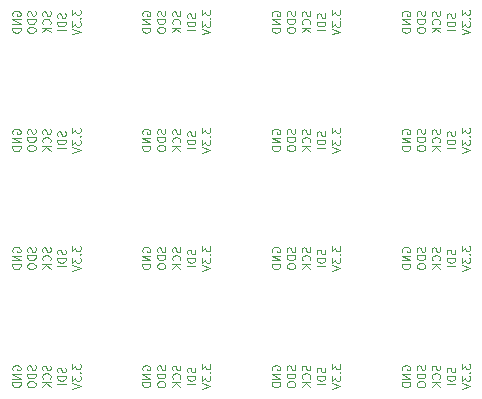
<source format=gbr>
G04 #@! TF.GenerationSoftware,KiCad,Pcbnew,5.0.2-bee76a0~70~ubuntu18.04.1*
G04 #@! TF.CreationDate,2020-02-27T14:19:30+01:00*
G04 #@! TF.ProjectId,output.load_cell_panel,6f757470-7574-42e6-9c6f-61645f63656c,rev?*
G04 #@! TF.SameCoordinates,Original*
G04 #@! TF.FileFunction,Legend,Bot*
G04 #@! TF.FilePolarity,Positive*
%FSLAX46Y46*%
G04 Gerber Fmt 4.6, Leading zero omitted, Abs format (unit mm)*
G04 Created by KiCad (PCBNEW 5.0.2-bee76a0~70~ubuntu18.04.1) date Thu 27 Feb 2020 02:19:30 PM CET*
%MOMM*%
%LPD*%
G01*
G04 APERTURE LIST*
%ADD10C,0.125000*%
G04 APERTURE END LIST*
D10*
X163550000Y-102766666D02*
X163516666Y-102700000D01*
X163516666Y-102600000D01*
X163550000Y-102500000D01*
X163616666Y-102433333D01*
X163683333Y-102400000D01*
X163816666Y-102366666D01*
X163916666Y-102366666D01*
X164050000Y-102400000D01*
X164116666Y-102433333D01*
X164183333Y-102500000D01*
X164216666Y-102600000D01*
X164216666Y-102666666D01*
X164183333Y-102766666D01*
X164150000Y-102800000D01*
X163916666Y-102800000D01*
X163916666Y-102666666D01*
X164216666Y-103100000D02*
X163516666Y-103100000D01*
X164216666Y-103500000D01*
X163516666Y-103500000D01*
X164216666Y-103833333D02*
X163516666Y-103833333D01*
X163516666Y-104000000D01*
X163550000Y-104100000D01*
X163616666Y-104166666D01*
X163683333Y-104200000D01*
X163816666Y-104233333D01*
X163916666Y-104233333D01*
X164050000Y-104200000D01*
X164116666Y-104166666D01*
X164183333Y-104100000D01*
X164216666Y-104000000D01*
X164216666Y-103833333D01*
X152550000Y-102766666D02*
X152516666Y-102700000D01*
X152516666Y-102600000D01*
X152550000Y-102500000D01*
X152616666Y-102433333D01*
X152683333Y-102400000D01*
X152816666Y-102366666D01*
X152916666Y-102366666D01*
X153050000Y-102400000D01*
X153116666Y-102433333D01*
X153183333Y-102500000D01*
X153216666Y-102600000D01*
X153216666Y-102666666D01*
X153183333Y-102766666D01*
X153150000Y-102800000D01*
X152916666Y-102800000D01*
X152916666Y-102666666D01*
X153216666Y-103100000D02*
X152516666Y-103100000D01*
X153216666Y-103500000D01*
X152516666Y-103500000D01*
X153216666Y-103833333D02*
X152516666Y-103833333D01*
X152516666Y-104000000D01*
X152550000Y-104100000D01*
X152616666Y-104166666D01*
X152683333Y-104200000D01*
X152816666Y-104233333D01*
X152916666Y-104233333D01*
X153050000Y-104200000D01*
X153116666Y-104166666D01*
X153183333Y-104100000D01*
X153216666Y-104000000D01*
X153216666Y-103833333D01*
X141550000Y-102766666D02*
X141516666Y-102700000D01*
X141516666Y-102600000D01*
X141550000Y-102500000D01*
X141616666Y-102433333D01*
X141683333Y-102400000D01*
X141816666Y-102366666D01*
X141916666Y-102366666D01*
X142050000Y-102400000D01*
X142116666Y-102433333D01*
X142183333Y-102500000D01*
X142216666Y-102600000D01*
X142216666Y-102666666D01*
X142183333Y-102766666D01*
X142150000Y-102800000D01*
X141916666Y-102800000D01*
X141916666Y-102666666D01*
X142216666Y-103100000D02*
X141516666Y-103100000D01*
X142216666Y-103500000D01*
X141516666Y-103500000D01*
X142216666Y-103833333D02*
X141516666Y-103833333D01*
X141516666Y-104000000D01*
X141550000Y-104100000D01*
X141616666Y-104166666D01*
X141683333Y-104200000D01*
X141816666Y-104233333D01*
X141916666Y-104233333D01*
X142050000Y-104200000D01*
X142116666Y-104166666D01*
X142183333Y-104100000D01*
X142216666Y-104000000D01*
X142216666Y-103833333D01*
X130550000Y-102766666D02*
X130516666Y-102700000D01*
X130516666Y-102600000D01*
X130550000Y-102500000D01*
X130616666Y-102433333D01*
X130683333Y-102400000D01*
X130816666Y-102366666D01*
X130916666Y-102366666D01*
X131050000Y-102400000D01*
X131116666Y-102433333D01*
X131183333Y-102500000D01*
X131216666Y-102600000D01*
X131216666Y-102666666D01*
X131183333Y-102766666D01*
X131150000Y-102800000D01*
X130916666Y-102800000D01*
X130916666Y-102666666D01*
X131216666Y-103100000D02*
X130516666Y-103100000D01*
X131216666Y-103500000D01*
X130516666Y-103500000D01*
X131216666Y-103833333D02*
X130516666Y-103833333D01*
X130516666Y-104000000D01*
X130550000Y-104100000D01*
X130616666Y-104166666D01*
X130683333Y-104200000D01*
X130816666Y-104233333D01*
X130916666Y-104233333D01*
X131050000Y-104200000D01*
X131116666Y-104166666D01*
X131183333Y-104100000D01*
X131216666Y-104000000D01*
X131216666Y-103833333D01*
X163550000Y-92766666D02*
X163516666Y-92700000D01*
X163516666Y-92600000D01*
X163550000Y-92500000D01*
X163616666Y-92433333D01*
X163683333Y-92400000D01*
X163816666Y-92366666D01*
X163916666Y-92366666D01*
X164050000Y-92400000D01*
X164116666Y-92433333D01*
X164183333Y-92500000D01*
X164216666Y-92600000D01*
X164216666Y-92666666D01*
X164183333Y-92766666D01*
X164150000Y-92800000D01*
X163916666Y-92800000D01*
X163916666Y-92666666D01*
X164216666Y-93100000D02*
X163516666Y-93100000D01*
X164216666Y-93500000D01*
X163516666Y-93500000D01*
X164216666Y-93833333D02*
X163516666Y-93833333D01*
X163516666Y-94000000D01*
X163550000Y-94100000D01*
X163616666Y-94166666D01*
X163683333Y-94200000D01*
X163816666Y-94233333D01*
X163916666Y-94233333D01*
X164050000Y-94200000D01*
X164116666Y-94166666D01*
X164183333Y-94100000D01*
X164216666Y-94000000D01*
X164216666Y-93833333D01*
X152550000Y-92766666D02*
X152516666Y-92700000D01*
X152516666Y-92600000D01*
X152550000Y-92500000D01*
X152616666Y-92433333D01*
X152683333Y-92400000D01*
X152816666Y-92366666D01*
X152916666Y-92366666D01*
X153050000Y-92400000D01*
X153116666Y-92433333D01*
X153183333Y-92500000D01*
X153216666Y-92600000D01*
X153216666Y-92666666D01*
X153183333Y-92766666D01*
X153150000Y-92800000D01*
X152916666Y-92800000D01*
X152916666Y-92666666D01*
X153216666Y-93100000D02*
X152516666Y-93100000D01*
X153216666Y-93500000D01*
X152516666Y-93500000D01*
X153216666Y-93833333D02*
X152516666Y-93833333D01*
X152516666Y-94000000D01*
X152550000Y-94100000D01*
X152616666Y-94166666D01*
X152683333Y-94200000D01*
X152816666Y-94233333D01*
X152916666Y-94233333D01*
X153050000Y-94200000D01*
X153116666Y-94166666D01*
X153183333Y-94100000D01*
X153216666Y-94000000D01*
X153216666Y-93833333D01*
X141550000Y-92766666D02*
X141516666Y-92700000D01*
X141516666Y-92600000D01*
X141550000Y-92500000D01*
X141616666Y-92433333D01*
X141683333Y-92400000D01*
X141816666Y-92366666D01*
X141916666Y-92366666D01*
X142050000Y-92400000D01*
X142116666Y-92433333D01*
X142183333Y-92500000D01*
X142216666Y-92600000D01*
X142216666Y-92666666D01*
X142183333Y-92766666D01*
X142150000Y-92800000D01*
X141916666Y-92800000D01*
X141916666Y-92666666D01*
X142216666Y-93100000D02*
X141516666Y-93100000D01*
X142216666Y-93500000D01*
X141516666Y-93500000D01*
X142216666Y-93833333D02*
X141516666Y-93833333D01*
X141516666Y-94000000D01*
X141550000Y-94100000D01*
X141616666Y-94166666D01*
X141683333Y-94200000D01*
X141816666Y-94233333D01*
X141916666Y-94233333D01*
X142050000Y-94200000D01*
X142116666Y-94166666D01*
X142183333Y-94100000D01*
X142216666Y-94000000D01*
X142216666Y-93833333D01*
X130550000Y-92766666D02*
X130516666Y-92700000D01*
X130516666Y-92600000D01*
X130550000Y-92500000D01*
X130616666Y-92433333D01*
X130683333Y-92400000D01*
X130816666Y-92366666D01*
X130916666Y-92366666D01*
X131050000Y-92400000D01*
X131116666Y-92433333D01*
X131183333Y-92500000D01*
X131216666Y-92600000D01*
X131216666Y-92666666D01*
X131183333Y-92766666D01*
X131150000Y-92800000D01*
X130916666Y-92800000D01*
X130916666Y-92666666D01*
X131216666Y-93100000D02*
X130516666Y-93100000D01*
X131216666Y-93500000D01*
X130516666Y-93500000D01*
X131216666Y-93833333D02*
X130516666Y-93833333D01*
X130516666Y-94000000D01*
X130550000Y-94100000D01*
X130616666Y-94166666D01*
X130683333Y-94200000D01*
X130816666Y-94233333D01*
X130916666Y-94233333D01*
X131050000Y-94200000D01*
X131116666Y-94166666D01*
X131183333Y-94100000D01*
X131216666Y-94000000D01*
X131216666Y-93833333D01*
X163550000Y-82766666D02*
X163516666Y-82700000D01*
X163516666Y-82600000D01*
X163550000Y-82500000D01*
X163616666Y-82433333D01*
X163683333Y-82400000D01*
X163816666Y-82366666D01*
X163916666Y-82366666D01*
X164050000Y-82400000D01*
X164116666Y-82433333D01*
X164183333Y-82500000D01*
X164216666Y-82600000D01*
X164216666Y-82666666D01*
X164183333Y-82766666D01*
X164150000Y-82800000D01*
X163916666Y-82800000D01*
X163916666Y-82666666D01*
X164216666Y-83100000D02*
X163516666Y-83100000D01*
X164216666Y-83500000D01*
X163516666Y-83500000D01*
X164216666Y-83833333D02*
X163516666Y-83833333D01*
X163516666Y-84000000D01*
X163550000Y-84100000D01*
X163616666Y-84166666D01*
X163683333Y-84200000D01*
X163816666Y-84233333D01*
X163916666Y-84233333D01*
X164050000Y-84200000D01*
X164116666Y-84166666D01*
X164183333Y-84100000D01*
X164216666Y-84000000D01*
X164216666Y-83833333D01*
X152550000Y-82766666D02*
X152516666Y-82700000D01*
X152516666Y-82600000D01*
X152550000Y-82500000D01*
X152616666Y-82433333D01*
X152683333Y-82400000D01*
X152816666Y-82366666D01*
X152916666Y-82366666D01*
X153050000Y-82400000D01*
X153116666Y-82433333D01*
X153183333Y-82500000D01*
X153216666Y-82600000D01*
X153216666Y-82666666D01*
X153183333Y-82766666D01*
X153150000Y-82800000D01*
X152916666Y-82800000D01*
X152916666Y-82666666D01*
X153216666Y-83100000D02*
X152516666Y-83100000D01*
X153216666Y-83500000D01*
X152516666Y-83500000D01*
X153216666Y-83833333D02*
X152516666Y-83833333D01*
X152516666Y-84000000D01*
X152550000Y-84100000D01*
X152616666Y-84166666D01*
X152683333Y-84200000D01*
X152816666Y-84233333D01*
X152916666Y-84233333D01*
X153050000Y-84200000D01*
X153116666Y-84166666D01*
X153183333Y-84100000D01*
X153216666Y-84000000D01*
X153216666Y-83833333D01*
X141550000Y-82766666D02*
X141516666Y-82700000D01*
X141516666Y-82600000D01*
X141550000Y-82500000D01*
X141616666Y-82433333D01*
X141683333Y-82400000D01*
X141816666Y-82366666D01*
X141916666Y-82366666D01*
X142050000Y-82400000D01*
X142116666Y-82433333D01*
X142183333Y-82500000D01*
X142216666Y-82600000D01*
X142216666Y-82666666D01*
X142183333Y-82766666D01*
X142150000Y-82800000D01*
X141916666Y-82800000D01*
X141916666Y-82666666D01*
X142216666Y-83100000D02*
X141516666Y-83100000D01*
X142216666Y-83500000D01*
X141516666Y-83500000D01*
X142216666Y-83833333D02*
X141516666Y-83833333D01*
X141516666Y-84000000D01*
X141550000Y-84100000D01*
X141616666Y-84166666D01*
X141683333Y-84200000D01*
X141816666Y-84233333D01*
X141916666Y-84233333D01*
X142050000Y-84200000D01*
X142116666Y-84166666D01*
X142183333Y-84100000D01*
X142216666Y-84000000D01*
X142216666Y-83833333D01*
X130550000Y-82766666D02*
X130516666Y-82700000D01*
X130516666Y-82600000D01*
X130550000Y-82500000D01*
X130616666Y-82433333D01*
X130683333Y-82400000D01*
X130816666Y-82366666D01*
X130916666Y-82366666D01*
X131050000Y-82400000D01*
X131116666Y-82433333D01*
X131183333Y-82500000D01*
X131216666Y-82600000D01*
X131216666Y-82666666D01*
X131183333Y-82766666D01*
X131150000Y-82800000D01*
X130916666Y-82800000D01*
X130916666Y-82666666D01*
X131216666Y-83100000D02*
X130516666Y-83100000D01*
X131216666Y-83500000D01*
X130516666Y-83500000D01*
X131216666Y-83833333D02*
X130516666Y-83833333D01*
X130516666Y-84000000D01*
X130550000Y-84100000D01*
X130616666Y-84166666D01*
X130683333Y-84200000D01*
X130816666Y-84233333D01*
X130916666Y-84233333D01*
X131050000Y-84200000D01*
X131116666Y-84166666D01*
X131183333Y-84100000D01*
X131216666Y-84000000D01*
X131216666Y-83833333D01*
X163550000Y-72766666D02*
X163516666Y-72700000D01*
X163516666Y-72600000D01*
X163550000Y-72500000D01*
X163616666Y-72433333D01*
X163683333Y-72400000D01*
X163816666Y-72366666D01*
X163916666Y-72366666D01*
X164050000Y-72400000D01*
X164116666Y-72433333D01*
X164183333Y-72500000D01*
X164216666Y-72600000D01*
X164216666Y-72666666D01*
X164183333Y-72766666D01*
X164150000Y-72800000D01*
X163916666Y-72800000D01*
X163916666Y-72666666D01*
X164216666Y-73100000D02*
X163516666Y-73100000D01*
X164216666Y-73500000D01*
X163516666Y-73500000D01*
X164216666Y-73833333D02*
X163516666Y-73833333D01*
X163516666Y-74000000D01*
X163550000Y-74100000D01*
X163616666Y-74166666D01*
X163683333Y-74200000D01*
X163816666Y-74233333D01*
X163916666Y-74233333D01*
X164050000Y-74200000D01*
X164116666Y-74166666D01*
X164183333Y-74100000D01*
X164216666Y-74000000D01*
X164216666Y-73833333D01*
X152550000Y-72766666D02*
X152516666Y-72700000D01*
X152516666Y-72600000D01*
X152550000Y-72500000D01*
X152616666Y-72433333D01*
X152683333Y-72400000D01*
X152816666Y-72366666D01*
X152916666Y-72366666D01*
X153050000Y-72400000D01*
X153116666Y-72433333D01*
X153183333Y-72500000D01*
X153216666Y-72600000D01*
X153216666Y-72666666D01*
X153183333Y-72766666D01*
X153150000Y-72800000D01*
X152916666Y-72800000D01*
X152916666Y-72666666D01*
X153216666Y-73100000D02*
X152516666Y-73100000D01*
X153216666Y-73500000D01*
X152516666Y-73500000D01*
X153216666Y-73833333D02*
X152516666Y-73833333D01*
X152516666Y-74000000D01*
X152550000Y-74100000D01*
X152616666Y-74166666D01*
X152683333Y-74200000D01*
X152816666Y-74233333D01*
X152916666Y-74233333D01*
X153050000Y-74200000D01*
X153116666Y-74166666D01*
X153183333Y-74100000D01*
X153216666Y-74000000D01*
X153216666Y-73833333D01*
X141550000Y-72766666D02*
X141516666Y-72700000D01*
X141516666Y-72600000D01*
X141550000Y-72500000D01*
X141616666Y-72433333D01*
X141683333Y-72400000D01*
X141816666Y-72366666D01*
X141916666Y-72366666D01*
X142050000Y-72400000D01*
X142116666Y-72433333D01*
X142183333Y-72500000D01*
X142216666Y-72600000D01*
X142216666Y-72666666D01*
X142183333Y-72766666D01*
X142150000Y-72800000D01*
X141916666Y-72800000D01*
X141916666Y-72666666D01*
X142216666Y-73100000D02*
X141516666Y-73100000D01*
X142216666Y-73500000D01*
X141516666Y-73500000D01*
X142216666Y-73833333D02*
X141516666Y-73833333D01*
X141516666Y-74000000D01*
X141550000Y-74100000D01*
X141616666Y-74166666D01*
X141683333Y-74200000D01*
X141816666Y-74233333D01*
X141916666Y-74233333D01*
X142050000Y-74200000D01*
X142116666Y-74166666D01*
X142183333Y-74100000D01*
X142216666Y-74000000D01*
X142216666Y-73833333D01*
X168596666Y-102266666D02*
X168596666Y-102700000D01*
X168863333Y-102466666D01*
X168863333Y-102566666D01*
X168896666Y-102633333D01*
X168930000Y-102666666D01*
X168996666Y-102700000D01*
X169163333Y-102700000D01*
X169230000Y-102666666D01*
X169263333Y-102633333D01*
X169296666Y-102566666D01*
X169296666Y-102366666D01*
X169263333Y-102300000D01*
X169230000Y-102266666D01*
X169230000Y-103000000D02*
X169263333Y-103033333D01*
X169296666Y-103000000D01*
X169263333Y-102966666D01*
X169230000Y-103000000D01*
X169296666Y-103000000D01*
X168596666Y-103266666D02*
X168596666Y-103700000D01*
X168863333Y-103466666D01*
X168863333Y-103566666D01*
X168896666Y-103633333D01*
X168930000Y-103666666D01*
X168996666Y-103700000D01*
X169163333Y-103700000D01*
X169230000Y-103666666D01*
X169263333Y-103633333D01*
X169296666Y-103566666D01*
X169296666Y-103366666D01*
X169263333Y-103300000D01*
X169230000Y-103266666D01*
X168596666Y-103900000D02*
X169296666Y-104133333D01*
X168596666Y-104366666D01*
X157596666Y-102266666D02*
X157596666Y-102700000D01*
X157863333Y-102466666D01*
X157863333Y-102566666D01*
X157896666Y-102633333D01*
X157930000Y-102666666D01*
X157996666Y-102700000D01*
X158163333Y-102700000D01*
X158230000Y-102666666D01*
X158263333Y-102633333D01*
X158296666Y-102566666D01*
X158296666Y-102366666D01*
X158263333Y-102300000D01*
X158230000Y-102266666D01*
X158230000Y-103000000D02*
X158263333Y-103033333D01*
X158296666Y-103000000D01*
X158263333Y-102966666D01*
X158230000Y-103000000D01*
X158296666Y-103000000D01*
X157596666Y-103266666D02*
X157596666Y-103700000D01*
X157863333Y-103466666D01*
X157863333Y-103566666D01*
X157896666Y-103633333D01*
X157930000Y-103666666D01*
X157996666Y-103700000D01*
X158163333Y-103700000D01*
X158230000Y-103666666D01*
X158263333Y-103633333D01*
X158296666Y-103566666D01*
X158296666Y-103366666D01*
X158263333Y-103300000D01*
X158230000Y-103266666D01*
X157596666Y-103900000D02*
X158296666Y-104133333D01*
X157596666Y-104366666D01*
X146596666Y-102266666D02*
X146596666Y-102700000D01*
X146863333Y-102466666D01*
X146863333Y-102566666D01*
X146896666Y-102633333D01*
X146930000Y-102666666D01*
X146996666Y-102700000D01*
X147163333Y-102700000D01*
X147230000Y-102666666D01*
X147263333Y-102633333D01*
X147296666Y-102566666D01*
X147296666Y-102366666D01*
X147263333Y-102300000D01*
X147230000Y-102266666D01*
X147230000Y-103000000D02*
X147263333Y-103033333D01*
X147296666Y-103000000D01*
X147263333Y-102966666D01*
X147230000Y-103000000D01*
X147296666Y-103000000D01*
X146596666Y-103266666D02*
X146596666Y-103700000D01*
X146863333Y-103466666D01*
X146863333Y-103566666D01*
X146896666Y-103633333D01*
X146930000Y-103666666D01*
X146996666Y-103700000D01*
X147163333Y-103700000D01*
X147230000Y-103666666D01*
X147263333Y-103633333D01*
X147296666Y-103566666D01*
X147296666Y-103366666D01*
X147263333Y-103300000D01*
X147230000Y-103266666D01*
X146596666Y-103900000D02*
X147296666Y-104133333D01*
X146596666Y-104366666D01*
X135596666Y-102266666D02*
X135596666Y-102700000D01*
X135863333Y-102466666D01*
X135863333Y-102566666D01*
X135896666Y-102633333D01*
X135930000Y-102666666D01*
X135996666Y-102700000D01*
X136163333Y-102700000D01*
X136230000Y-102666666D01*
X136263333Y-102633333D01*
X136296666Y-102566666D01*
X136296666Y-102366666D01*
X136263333Y-102300000D01*
X136230000Y-102266666D01*
X136230000Y-103000000D02*
X136263333Y-103033333D01*
X136296666Y-103000000D01*
X136263333Y-102966666D01*
X136230000Y-103000000D01*
X136296666Y-103000000D01*
X135596666Y-103266666D02*
X135596666Y-103700000D01*
X135863333Y-103466666D01*
X135863333Y-103566666D01*
X135896666Y-103633333D01*
X135930000Y-103666666D01*
X135996666Y-103700000D01*
X136163333Y-103700000D01*
X136230000Y-103666666D01*
X136263333Y-103633333D01*
X136296666Y-103566666D01*
X136296666Y-103366666D01*
X136263333Y-103300000D01*
X136230000Y-103266666D01*
X135596666Y-103900000D02*
X136296666Y-104133333D01*
X135596666Y-104366666D01*
X168596666Y-92266666D02*
X168596666Y-92700000D01*
X168863333Y-92466666D01*
X168863333Y-92566666D01*
X168896666Y-92633333D01*
X168930000Y-92666666D01*
X168996666Y-92700000D01*
X169163333Y-92700000D01*
X169230000Y-92666666D01*
X169263333Y-92633333D01*
X169296666Y-92566666D01*
X169296666Y-92366666D01*
X169263333Y-92300000D01*
X169230000Y-92266666D01*
X169230000Y-93000000D02*
X169263333Y-93033333D01*
X169296666Y-93000000D01*
X169263333Y-92966666D01*
X169230000Y-93000000D01*
X169296666Y-93000000D01*
X168596666Y-93266666D02*
X168596666Y-93700000D01*
X168863333Y-93466666D01*
X168863333Y-93566666D01*
X168896666Y-93633333D01*
X168930000Y-93666666D01*
X168996666Y-93700000D01*
X169163333Y-93700000D01*
X169230000Y-93666666D01*
X169263333Y-93633333D01*
X169296666Y-93566666D01*
X169296666Y-93366666D01*
X169263333Y-93300000D01*
X169230000Y-93266666D01*
X168596666Y-93900000D02*
X169296666Y-94133333D01*
X168596666Y-94366666D01*
X157596666Y-92266666D02*
X157596666Y-92700000D01*
X157863333Y-92466666D01*
X157863333Y-92566666D01*
X157896666Y-92633333D01*
X157930000Y-92666666D01*
X157996666Y-92700000D01*
X158163333Y-92700000D01*
X158230000Y-92666666D01*
X158263333Y-92633333D01*
X158296666Y-92566666D01*
X158296666Y-92366666D01*
X158263333Y-92300000D01*
X158230000Y-92266666D01*
X158230000Y-93000000D02*
X158263333Y-93033333D01*
X158296666Y-93000000D01*
X158263333Y-92966666D01*
X158230000Y-93000000D01*
X158296666Y-93000000D01*
X157596666Y-93266666D02*
X157596666Y-93700000D01*
X157863333Y-93466666D01*
X157863333Y-93566666D01*
X157896666Y-93633333D01*
X157930000Y-93666666D01*
X157996666Y-93700000D01*
X158163333Y-93700000D01*
X158230000Y-93666666D01*
X158263333Y-93633333D01*
X158296666Y-93566666D01*
X158296666Y-93366666D01*
X158263333Y-93300000D01*
X158230000Y-93266666D01*
X157596666Y-93900000D02*
X158296666Y-94133333D01*
X157596666Y-94366666D01*
X146596666Y-92266666D02*
X146596666Y-92700000D01*
X146863333Y-92466666D01*
X146863333Y-92566666D01*
X146896666Y-92633333D01*
X146930000Y-92666666D01*
X146996666Y-92700000D01*
X147163333Y-92700000D01*
X147230000Y-92666666D01*
X147263333Y-92633333D01*
X147296666Y-92566666D01*
X147296666Y-92366666D01*
X147263333Y-92300000D01*
X147230000Y-92266666D01*
X147230000Y-93000000D02*
X147263333Y-93033333D01*
X147296666Y-93000000D01*
X147263333Y-92966666D01*
X147230000Y-93000000D01*
X147296666Y-93000000D01*
X146596666Y-93266666D02*
X146596666Y-93700000D01*
X146863333Y-93466666D01*
X146863333Y-93566666D01*
X146896666Y-93633333D01*
X146930000Y-93666666D01*
X146996666Y-93700000D01*
X147163333Y-93700000D01*
X147230000Y-93666666D01*
X147263333Y-93633333D01*
X147296666Y-93566666D01*
X147296666Y-93366666D01*
X147263333Y-93300000D01*
X147230000Y-93266666D01*
X146596666Y-93900000D02*
X147296666Y-94133333D01*
X146596666Y-94366666D01*
X135596666Y-92266666D02*
X135596666Y-92700000D01*
X135863333Y-92466666D01*
X135863333Y-92566666D01*
X135896666Y-92633333D01*
X135930000Y-92666666D01*
X135996666Y-92700000D01*
X136163333Y-92700000D01*
X136230000Y-92666666D01*
X136263333Y-92633333D01*
X136296666Y-92566666D01*
X136296666Y-92366666D01*
X136263333Y-92300000D01*
X136230000Y-92266666D01*
X136230000Y-93000000D02*
X136263333Y-93033333D01*
X136296666Y-93000000D01*
X136263333Y-92966666D01*
X136230000Y-93000000D01*
X136296666Y-93000000D01*
X135596666Y-93266666D02*
X135596666Y-93700000D01*
X135863333Y-93466666D01*
X135863333Y-93566666D01*
X135896666Y-93633333D01*
X135930000Y-93666666D01*
X135996666Y-93700000D01*
X136163333Y-93700000D01*
X136230000Y-93666666D01*
X136263333Y-93633333D01*
X136296666Y-93566666D01*
X136296666Y-93366666D01*
X136263333Y-93300000D01*
X136230000Y-93266666D01*
X135596666Y-93900000D02*
X136296666Y-94133333D01*
X135596666Y-94366666D01*
X168596666Y-82266666D02*
X168596666Y-82700000D01*
X168863333Y-82466666D01*
X168863333Y-82566666D01*
X168896666Y-82633333D01*
X168930000Y-82666666D01*
X168996666Y-82700000D01*
X169163333Y-82700000D01*
X169230000Y-82666666D01*
X169263333Y-82633333D01*
X169296666Y-82566666D01*
X169296666Y-82366666D01*
X169263333Y-82300000D01*
X169230000Y-82266666D01*
X169230000Y-83000000D02*
X169263333Y-83033333D01*
X169296666Y-83000000D01*
X169263333Y-82966666D01*
X169230000Y-83000000D01*
X169296666Y-83000000D01*
X168596666Y-83266666D02*
X168596666Y-83700000D01*
X168863333Y-83466666D01*
X168863333Y-83566666D01*
X168896666Y-83633333D01*
X168930000Y-83666666D01*
X168996666Y-83700000D01*
X169163333Y-83700000D01*
X169230000Y-83666666D01*
X169263333Y-83633333D01*
X169296666Y-83566666D01*
X169296666Y-83366666D01*
X169263333Y-83300000D01*
X169230000Y-83266666D01*
X168596666Y-83900000D02*
X169296666Y-84133333D01*
X168596666Y-84366666D01*
X157596666Y-82266666D02*
X157596666Y-82700000D01*
X157863333Y-82466666D01*
X157863333Y-82566666D01*
X157896666Y-82633333D01*
X157930000Y-82666666D01*
X157996666Y-82700000D01*
X158163333Y-82700000D01*
X158230000Y-82666666D01*
X158263333Y-82633333D01*
X158296666Y-82566666D01*
X158296666Y-82366666D01*
X158263333Y-82300000D01*
X158230000Y-82266666D01*
X158230000Y-83000000D02*
X158263333Y-83033333D01*
X158296666Y-83000000D01*
X158263333Y-82966666D01*
X158230000Y-83000000D01*
X158296666Y-83000000D01*
X157596666Y-83266666D02*
X157596666Y-83700000D01*
X157863333Y-83466666D01*
X157863333Y-83566666D01*
X157896666Y-83633333D01*
X157930000Y-83666666D01*
X157996666Y-83700000D01*
X158163333Y-83700000D01*
X158230000Y-83666666D01*
X158263333Y-83633333D01*
X158296666Y-83566666D01*
X158296666Y-83366666D01*
X158263333Y-83300000D01*
X158230000Y-83266666D01*
X157596666Y-83900000D02*
X158296666Y-84133333D01*
X157596666Y-84366666D01*
X146596666Y-82266666D02*
X146596666Y-82700000D01*
X146863333Y-82466666D01*
X146863333Y-82566666D01*
X146896666Y-82633333D01*
X146930000Y-82666666D01*
X146996666Y-82700000D01*
X147163333Y-82700000D01*
X147230000Y-82666666D01*
X147263333Y-82633333D01*
X147296666Y-82566666D01*
X147296666Y-82366666D01*
X147263333Y-82300000D01*
X147230000Y-82266666D01*
X147230000Y-83000000D02*
X147263333Y-83033333D01*
X147296666Y-83000000D01*
X147263333Y-82966666D01*
X147230000Y-83000000D01*
X147296666Y-83000000D01*
X146596666Y-83266666D02*
X146596666Y-83700000D01*
X146863333Y-83466666D01*
X146863333Y-83566666D01*
X146896666Y-83633333D01*
X146930000Y-83666666D01*
X146996666Y-83700000D01*
X147163333Y-83700000D01*
X147230000Y-83666666D01*
X147263333Y-83633333D01*
X147296666Y-83566666D01*
X147296666Y-83366666D01*
X147263333Y-83300000D01*
X147230000Y-83266666D01*
X146596666Y-83900000D02*
X147296666Y-84133333D01*
X146596666Y-84366666D01*
X135596666Y-82266666D02*
X135596666Y-82700000D01*
X135863333Y-82466666D01*
X135863333Y-82566666D01*
X135896666Y-82633333D01*
X135930000Y-82666666D01*
X135996666Y-82700000D01*
X136163333Y-82700000D01*
X136230000Y-82666666D01*
X136263333Y-82633333D01*
X136296666Y-82566666D01*
X136296666Y-82366666D01*
X136263333Y-82300000D01*
X136230000Y-82266666D01*
X136230000Y-83000000D02*
X136263333Y-83033333D01*
X136296666Y-83000000D01*
X136263333Y-82966666D01*
X136230000Y-83000000D01*
X136296666Y-83000000D01*
X135596666Y-83266666D02*
X135596666Y-83700000D01*
X135863333Y-83466666D01*
X135863333Y-83566666D01*
X135896666Y-83633333D01*
X135930000Y-83666666D01*
X135996666Y-83700000D01*
X136163333Y-83700000D01*
X136230000Y-83666666D01*
X136263333Y-83633333D01*
X136296666Y-83566666D01*
X136296666Y-83366666D01*
X136263333Y-83300000D01*
X136230000Y-83266666D01*
X135596666Y-83900000D02*
X136296666Y-84133333D01*
X135596666Y-84366666D01*
X168596666Y-72266666D02*
X168596666Y-72700000D01*
X168863333Y-72466666D01*
X168863333Y-72566666D01*
X168896666Y-72633333D01*
X168930000Y-72666666D01*
X168996666Y-72700000D01*
X169163333Y-72700000D01*
X169230000Y-72666666D01*
X169263333Y-72633333D01*
X169296666Y-72566666D01*
X169296666Y-72366666D01*
X169263333Y-72300000D01*
X169230000Y-72266666D01*
X169230000Y-73000000D02*
X169263333Y-73033333D01*
X169296666Y-73000000D01*
X169263333Y-72966666D01*
X169230000Y-73000000D01*
X169296666Y-73000000D01*
X168596666Y-73266666D02*
X168596666Y-73700000D01*
X168863333Y-73466666D01*
X168863333Y-73566666D01*
X168896666Y-73633333D01*
X168930000Y-73666666D01*
X168996666Y-73700000D01*
X169163333Y-73700000D01*
X169230000Y-73666666D01*
X169263333Y-73633333D01*
X169296666Y-73566666D01*
X169296666Y-73366666D01*
X169263333Y-73300000D01*
X169230000Y-73266666D01*
X168596666Y-73900000D02*
X169296666Y-74133333D01*
X168596666Y-74366666D01*
X157596666Y-72266666D02*
X157596666Y-72700000D01*
X157863333Y-72466666D01*
X157863333Y-72566666D01*
X157896666Y-72633333D01*
X157930000Y-72666666D01*
X157996666Y-72700000D01*
X158163333Y-72700000D01*
X158230000Y-72666666D01*
X158263333Y-72633333D01*
X158296666Y-72566666D01*
X158296666Y-72366666D01*
X158263333Y-72300000D01*
X158230000Y-72266666D01*
X158230000Y-73000000D02*
X158263333Y-73033333D01*
X158296666Y-73000000D01*
X158263333Y-72966666D01*
X158230000Y-73000000D01*
X158296666Y-73000000D01*
X157596666Y-73266666D02*
X157596666Y-73700000D01*
X157863333Y-73466666D01*
X157863333Y-73566666D01*
X157896666Y-73633333D01*
X157930000Y-73666666D01*
X157996666Y-73700000D01*
X158163333Y-73700000D01*
X158230000Y-73666666D01*
X158263333Y-73633333D01*
X158296666Y-73566666D01*
X158296666Y-73366666D01*
X158263333Y-73300000D01*
X158230000Y-73266666D01*
X157596666Y-73900000D02*
X158296666Y-74133333D01*
X157596666Y-74366666D01*
X146596666Y-72266666D02*
X146596666Y-72700000D01*
X146863333Y-72466666D01*
X146863333Y-72566666D01*
X146896666Y-72633333D01*
X146930000Y-72666666D01*
X146996666Y-72700000D01*
X147163333Y-72700000D01*
X147230000Y-72666666D01*
X147263333Y-72633333D01*
X147296666Y-72566666D01*
X147296666Y-72366666D01*
X147263333Y-72300000D01*
X147230000Y-72266666D01*
X147230000Y-73000000D02*
X147263333Y-73033333D01*
X147296666Y-73000000D01*
X147263333Y-72966666D01*
X147230000Y-73000000D01*
X147296666Y-73000000D01*
X146596666Y-73266666D02*
X146596666Y-73700000D01*
X146863333Y-73466666D01*
X146863333Y-73566666D01*
X146896666Y-73633333D01*
X146930000Y-73666666D01*
X146996666Y-73700000D01*
X147163333Y-73700000D01*
X147230000Y-73666666D01*
X147263333Y-73633333D01*
X147296666Y-73566666D01*
X147296666Y-73366666D01*
X147263333Y-73300000D01*
X147230000Y-73266666D01*
X146596666Y-73900000D02*
X147296666Y-74133333D01*
X146596666Y-74366666D01*
X167993333Y-102583333D02*
X168026666Y-102683333D01*
X168026666Y-102850000D01*
X167993333Y-102916666D01*
X167960000Y-102950000D01*
X167893333Y-102983333D01*
X167826666Y-102983333D01*
X167760000Y-102950000D01*
X167726666Y-102916666D01*
X167693333Y-102850000D01*
X167660000Y-102716666D01*
X167626666Y-102650000D01*
X167593333Y-102616666D01*
X167526666Y-102583333D01*
X167460000Y-102583333D01*
X167393333Y-102616666D01*
X167360000Y-102650000D01*
X167326666Y-102716666D01*
X167326666Y-102883333D01*
X167360000Y-102983333D01*
X168026666Y-103283333D02*
X167326666Y-103283333D01*
X167326666Y-103450000D01*
X167360000Y-103550000D01*
X167426666Y-103616666D01*
X167493333Y-103650000D01*
X167626666Y-103683333D01*
X167726666Y-103683333D01*
X167860000Y-103650000D01*
X167926666Y-103616666D01*
X167993333Y-103550000D01*
X168026666Y-103450000D01*
X168026666Y-103283333D01*
X168026666Y-103983333D02*
X167326666Y-103983333D01*
X156993333Y-102583333D02*
X157026666Y-102683333D01*
X157026666Y-102850000D01*
X156993333Y-102916666D01*
X156960000Y-102950000D01*
X156893333Y-102983333D01*
X156826666Y-102983333D01*
X156760000Y-102950000D01*
X156726666Y-102916666D01*
X156693333Y-102850000D01*
X156660000Y-102716666D01*
X156626666Y-102650000D01*
X156593333Y-102616666D01*
X156526666Y-102583333D01*
X156460000Y-102583333D01*
X156393333Y-102616666D01*
X156360000Y-102650000D01*
X156326666Y-102716666D01*
X156326666Y-102883333D01*
X156360000Y-102983333D01*
X157026666Y-103283333D02*
X156326666Y-103283333D01*
X156326666Y-103450000D01*
X156360000Y-103550000D01*
X156426666Y-103616666D01*
X156493333Y-103650000D01*
X156626666Y-103683333D01*
X156726666Y-103683333D01*
X156860000Y-103650000D01*
X156926666Y-103616666D01*
X156993333Y-103550000D01*
X157026666Y-103450000D01*
X157026666Y-103283333D01*
X157026666Y-103983333D02*
X156326666Y-103983333D01*
X145993333Y-102583333D02*
X146026666Y-102683333D01*
X146026666Y-102850000D01*
X145993333Y-102916666D01*
X145960000Y-102950000D01*
X145893333Y-102983333D01*
X145826666Y-102983333D01*
X145760000Y-102950000D01*
X145726666Y-102916666D01*
X145693333Y-102850000D01*
X145660000Y-102716666D01*
X145626666Y-102650000D01*
X145593333Y-102616666D01*
X145526666Y-102583333D01*
X145460000Y-102583333D01*
X145393333Y-102616666D01*
X145360000Y-102650000D01*
X145326666Y-102716666D01*
X145326666Y-102883333D01*
X145360000Y-102983333D01*
X146026666Y-103283333D02*
X145326666Y-103283333D01*
X145326666Y-103450000D01*
X145360000Y-103550000D01*
X145426666Y-103616666D01*
X145493333Y-103650000D01*
X145626666Y-103683333D01*
X145726666Y-103683333D01*
X145860000Y-103650000D01*
X145926666Y-103616666D01*
X145993333Y-103550000D01*
X146026666Y-103450000D01*
X146026666Y-103283333D01*
X146026666Y-103983333D02*
X145326666Y-103983333D01*
X134993333Y-102583333D02*
X135026666Y-102683333D01*
X135026666Y-102850000D01*
X134993333Y-102916666D01*
X134960000Y-102950000D01*
X134893333Y-102983333D01*
X134826666Y-102983333D01*
X134760000Y-102950000D01*
X134726666Y-102916666D01*
X134693333Y-102850000D01*
X134660000Y-102716666D01*
X134626666Y-102650000D01*
X134593333Y-102616666D01*
X134526666Y-102583333D01*
X134460000Y-102583333D01*
X134393333Y-102616666D01*
X134360000Y-102650000D01*
X134326666Y-102716666D01*
X134326666Y-102883333D01*
X134360000Y-102983333D01*
X135026666Y-103283333D02*
X134326666Y-103283333D01*
X134326666Y-103450000D01*
X134360000Y-103550000D01*
X134426666Y-103616666D01*
X134493333Y-103650000D01*
X134626666Y-103683333D01*
X134726666Y-103683333D01*
X134860000Y-103650000D01*
X134926666Y-103616666D01*
X134993333Y-103550000D01*
X135026666Y-103450000D01*
X135026666Y-103283333D01*
X135026666Y-103983333D02*
X134326666Y-103983333D01*
X167993333Y-92583333D02*
X168026666Y-92683333D01*
X168026666Y-92850000D01*
X167993333Y-92916666D01*
X167960000Y-92950000D01*
X167893333Y-92983333D01*
X167826666Y-92983333D01*
X167760000Y-92950000D01*
X167726666Y-92916666D01*
X167693333Y-92850000D01*
X167660000Y-92716666D01*
X167626666Y-92650000D01*
X167593333Y-92616666D01*
X167526666Y-92583333D01*
X167460000Y-92583333D01*
X167393333Y-92616666D01*
X167360000Y-92650000D01*
X167326666Y-92716666D01*
X167326666Y-92883333D01*
X167360000Y-92983333D01*
X168026666Y-93283333D02*
X167326666Y-93283333D01*
X167326666Y-93450000D01*
X167360000Y-93550000D01*
X167426666Y-93616666D01*
X167493333Y-93650000D01*
X167626666Y-93683333D01*
X167726666Y-93683333D01*
X167860000Y-93650000D01*
X167926666Y-93616666D01*
X167993333Y-93550000D01*
X168026666Y-93450000D01*
X168026666Y-93283333D01*
X168026666Y-93983333D02*
X167326666Y-93983333D01*
X156993333Y-92583333D02*
X157026666Y-92683333D01*
X157026666Y-92850000D01*
X156993333Y-92916666D01*
X156960000Y-92950000D01*
X156893333Y-92983333D01*
X156826666Y-92983333D01*
X156760000Y-92950000D01*
X156726666Y-92916666D01*
X156693333Y-92850000D01*
X156660000Y-92716666D01*
X156626666Y-92650000D01*
X156593333Y-92616666D01*
X156526666Y-92583333D01*
X156460000Y-92583333D01*
X156393333Y-92616666D01*
X156360000Y-92650000D01*
X156326666Y-92716666D01*
X156326666Y-92883333D01*
X156360000Y-92983333D01*
X157026666Y-93283333D02*
X156326666Y-93283333D01*
X156326666Y-93450000D01*
X156360000Y-93550000D01*
X156426666Y-93616666D01*
X156493333Y-93650000D01*
X156626666Y-93683333D01*
X156726666Y-93683333D01*
X156860000Y-93650000D01*
X156926666Y-93616666D01*
X156993333Y-93550000D01*
X157026666Y-93450000D01*
X157026666Y-93283333D01*
X157026666Y-93983333D02*
X156326666Y-93983333D01*
X145993333Y-92583333D02*
X146026666Y-92683333D01*
X146026666Y-92850000D01*
X145993333Y-92916666D01*
X145960000Y-92950000D01*
X145893333Y-92983333D01*
X145826666Y-92983333D01*
X145760000Y-92950000D01*
X145726666Y-92916666D01*
X145693333Y-92850000D01*
X145660000Y-92716666D01*
X145626666Y-92650000D01*
X145593333Y-92616666D01*
X145526666Y-92583333D01*
X145460000Y-92583333D01*
X145393333Y-92616666D01*
X145360000Y-92650000D01*
X145326666Y-92716666D01*
X145326666Y-92883333D01*
X145360000Y-92983333D01*
X146026666Y-93283333D02*
X145326666Y-93283333D01*
X145326666Y-93450000D01*
X145360000Y-93550000D01*
X145426666Y-93616666D01*
X145493333Y-93650000D01*
X145626666Y-93683333D01*
X145726666Y-93683333D01*
X145860000Y-93650000D01*
X145926666Y-93616666D01*
X145993333Y-93550000D01*
X146026666Y-93450000D01*
X146026666Y-93283333D01*
X146026666Y-93983333D02*
X145326666Y-93983333D01*
X134993333Y-92583333D02*
X135026666Y-92683333D01*
X135026666Y-92850000D01*
X134993333Y-92916666D01*
X134960000Y-92950000D01*
X134893333Y-92983333D01*
X134826666Y-92983333D01*
X134760000Y-92950000D01*
X134726666Y-92916666D01*
X134693333Y-92850000D01*
X134660000Y-92716666D01*
X134626666Y-92650000D01*
X134593333Y-92616666D01*
X134526666Y-92583333D01*
X134460000Y-92583333D01*
X134393333Y-92616666D01*
X134360000Y-92650000D01*
X134326666Y-92716666D01*
X134326666Y-92883333D01*
X134360000Y-92983333D01*
X135026666Y-93283333D02*
X134326666Y-93283333D01*
X134326666Y-93450000D01*
X134360000Y-93550000D01*
X134426666Y-93616666D01*
X134493333Y-93650000D01*
X134626666Y-93683333D01*
X134726666Y-93683333D01*
X134860000Y-93650000D01*
X134926666Y-93616666D01*
X134993333Y-93550000D01*
X135026666Y-93450000D01*
X135026666Y-93283333D01*
X135026666Y-93983333D02*
X134326666Y-93983333D01*
X167993333Y-82583333D02*
X168026666Y-82683333D01*
X168026666Y-82850000D01*
X167993333Y-82916666D01*
X167960000Y-82950000D01*
X167893333Y-82983333D01*
X167826666Y-82983333D01*
X167760000Y-82950000D01*
X167726666Y-82916666D01*
X167693333Y-82850000D01*
X167660000Y-82716666D01*
X167626666Y-82650000D01*
X167593333Y-82616666D01*
X167526666Y-82583333D01*
X167460000Y-82583333D01*
X167393333Y-82616666D01*
X167360000Y-82650000D01*
X167326666Y-82716666D01*
X167326666Y-82883333D01*
X167360000Y-82983333D01*
X168026666Y-83283333D02*
X167326666Y-83283333D01*
X167326666Y-83450000D01*
X167360000Y-83550000D01*
X167426666Y-83616666D01*
X167493333Y-83650000D01*
X167626666Y-83683333D01*
X167726666Y-83683333D01*
X167860000Y-83650000D01*
X167926666Y-83616666D01*
X167993333Y-83550000D01*
X168026666Y-83450000D01*
X168026666Y-83283333D01*
X168026666Y-83983333D02*
X167326666Y-83983333D01*
X156993333Y-82583333D02*
X157026666Y-82683333D01*
X157026666Y-82850000D01*
X156993333Y-82916666D01*
X156960000Y-82950000D01*
X156893333Y-82983333D01*
X156826666Y-82983333D01*
X156760000Y-82950000D01*
X156726666Y-82916666D01*
X156693333Y-82850000D01*
X156660000Y-82716666D01*
X156626666Y-82650000D01*
X156593333Y-82616666D01*
X156526666Y-82583333D01*
X156460000Y-82583333D01*
X156393333Y-82616666D01*
X156360000Y-82650000D01*
X156326666Y-82716666D01*
X156326666Y-82883333D01*
X156360000Y-82983333D01*
X157026666Y-83283333D02*
X156326666Y-83283333D01*
X156326666Y-83450000D01*
X156360000Y-83550000D01*
X156426666Y-83616666D01*
X156493333Y-83650000D01*
X156626666Y-83683333D01*
X156726666Y-83683333D01*
X156860000Y-83650000D01*
X156926666Y-83616666D01*
X156993333Y-83550000D01*
X157026666Y-83450000D01*
X157026666Y-83283333D01*
X157026666Y-83983333D02*
X156326666Y-83983333D01*
X145993333Y-82583333D02*
X146026666Y-82683333D01*
X146026666Y-82850000D01*
X145993333Y-82916666D01*
X145960000Y-82950000D01*
X145893333Y-82983333D01*
X145826666Y-82983333D01*
X145760000Y-82950000D01*
X145726666Y-82916666D01*
X145693333Y-82850000D01*
X145660000Y-82716666D01*
X145626666Y-82650000D01*
X145593333Y-82616666D01*
X145526666Y-82583333D01*
X145460000Y-82583333D01*
X145393333Y-82616666D01*
X145360000Y-82650000D01*
X145326666Y-82716666D01*
X145326666Y-82883333D01*
X145360000Y-82983333D01*
X146026666Y-83283333D02*
X145326666Y-83283333D01*
X145326666Y-83450000D01*
X145360000Y-83550000D01*
X145426666Y-83616666D01*
X145493333Y-83650000D01*
X145626666Y-83683333D01*
X145726666Y-83683333D01*
X145860000Y-83650000D01*
X145926666Y-83616666D01*
X145993333Y-83550000D01*
X146026666Y-83450000D01*
X146026666Y-83283333D01*
X146026666Y-83983333D02*
X145326666Y-83983333D01*
X134993333Y-82583333D02*
X135026666Y-82683333D01*
X135026666Y-82850000D01*
X134993333Y-82916666D01*
X134960000Y-82950000D01*
X134893333Y-82983333D01*
X134826666Y-82983333D01*
X134760000Y-82950000D01*
X134726666Y-82916666D01*
X134693333Y-82850000D01*
X134660000Y-82716666D01*
X134626666Y-82650000D01*
X134593333Y-82616666D01*
X134526666Y-82583333D01*
X134460000Y-82583333D01*
X134393333Y-82616666D01*
X134360000Y-82650000D01*
X134326666Y-82716666D01*
X134326666Y-82883333D01*
X134360000Y-82983333D01*
X135026666Y-83283333D02*
X134326666Y-83283333D01*
X134326666Y-83450000D01*
X134360000Y-83550000D01*
X134426666Y-83616666D01*
X134493333Y-83650000D01*
X134626666Y-83683333D01*
X134726666Y-83683333D01*
X134860000Y-83650000D01*
X134926666Y-83616666D01*
X134993333Y-83550000D01*
X135026666Y-83450000D01*
X135026666Y-83283333D01*
X135026666Y-83983333D02*
X134326666Y-83983333D01*
X167993333Y-72583333D02*
X168026666Y-72683333D01*
X168026666Y-72850000D01*
X167993333Y-72916666D01*
X167960000Y-72950000D01*
X167893333Y-72983333D01*
X167826666Y-72983333D01*
X167760000Y-72950000D01*
X167726666Y-72916666D01*
X167693333Y-72850000D01*
X167660000Y-72716666D01*
X167626666Y-72650000D01*
X167593333Y-72616666D01*
X167526666Y-72583333D01*
X167460000Y-72583333D01*
X167393333Y-72616666D01*
X167360000Y-72650000D01*
X167326666Y-72716666D01*
X167326666Y-72883333D01*
X167360000Y-72983333D01*
X168026666Y-73283333D02*
X167326666Y-73283333D01*
X167326666Y-73450000D01*
X167360000Y-73550000D01*
X167426666Y-73616666D01*
X167493333Y-73650000D01*
X167626666Y-73683333D01*
X167726666Y-73683333D01*
X167860000Y-73650000D01*
X167926666Y-73616666D01*
X167993333Y-73550000D01*
X168026666Y-73450000D01*
X168026666Y-73283333D01*
X168026666Y-73983333D02*
X167326666Y-73983333D01*
X156993333Y-72583333D02*
X157026666Y-72683333D01*
X157026666Y-72850000D01*
X156993333Y-72916666D01*
X156960000Y-72950000D01*
X156893333Y-72983333D01*
X156826666Y-72983333D01*
X156760000Y-72950000D01*
X156726666Y-72916666D01*
X156693333Y-72850000D01*
X156660000Y-72716666D01*
X156626666Y-72650000D01*
X156593333Y-72616666D01*
X156526666Y-72583333D01*
X156460000Y-72583333D01*
X156393333Y-72616666D01*
X156360000Y-72650000D01*
X156326666Y-72716666D01*
X156326666Y-72883333D01*
X156360000Y-72983333D01*
X157026666Y-73283333D02*
X156326666Y-73283333D01*
X156326666Y-73450000D01*
X156360000Y-73550000D01*
X156426666Y-73616666D01*
X156493333Y-73650000D01*
X156626666Y-73683333D01*
X156726666Y-73683333D01*
X156860000Y-73650000D01*
X156926666Y-73616666D01*
X156993333Y-73550000D01*
X157026666Y-73450000D01*
X157026666Y-73283333D01*
X157026666Y-73983333D02*
X156326666Y-73983333D01*
X145993333Y-72583333D02*
X146026666Y-72683333D01*
X146026666Y-72850000D01*
X145993333Y-72916666D01*
X145960000Y-72950000D01*
X145893333Y-72983333D01*
X145826666Y-72983333D01*
X145760000Y-72950000D01*
X145726666Y-72916666D01*
X145693333Y-72850000D01*
X145660000Y-72716666D01*
X145626666Y-72650000D01*
X145593333Y-72616666D01*
X145526666Y-72583333D01*
X145460000Y-72583333D01*
X145393333Y-72616666D01*
X145360000Y-72650000D01*
X145326666Y-72716666D01*
X145326666Y-72883333D01*
X145360000Y-72983333D01*
X146026666Y-73283333D02*
X145326666Y-73283333D01*
X145326666Y-73450000D01*
X145360000Y-73550000D01*
X145426666Y-73616666D01*
X145493333Y-73650000D01*
X145626666Y-73683333D01*
X145726666Y-73683333D01*
X145860000Y-73650000D01*
X145926666Y-73616666D01*
X145993333Y-73550000D01*
X146026666Y-73450000D01*
X146026666Y-73283333D01*
X146026666Y-73983333D02*
X145326666Y-73983333D01*
X166723333Y-102400000D02*
X166756666Y-102500000D01*
X166756666Y-102666666D01*
X166723333Y-102733333D01*
X166690000Y-102766666D01*
X166623333Y-102800000D01*
X166556666Y-102800000D01*
X166490000Y-102766666D01*
X166456666Y-102733333D01*
X166423333Y-102666666D01*
X166390000Y-102533333D01*
X166356666Y-102466666D01*
X166323333Y-102433333D01*
X166256666Y-102400000D01*
X166190000Y-102400000D01*
X166123333Y-102433333D01*
X166090000Y-102466666D01*
X166056666Y-102533333D01*
X166056666Y-102700000D01*
X166090000Y-102800000D01*
X166690000Y-103500000D02*
X166723333Y-103466666D01*
X166756666Y-103366666D01*
X166756666Y-103300000D01*
X166723333Y-103200000D01*
X166656666Y-103133333D01*
X166590000Y-103100000D01*
X166456666Y-103066666D01*
X166356666Y-103066666D01*
X166223333Y-103100000D01*
X166156666Y-103133333D01*
X166090000Y-103200000D01*
X166056666Y-103300000D01*
X166056666Y-103366666D01*
X166090000Y-103466666D01*
X166123333Y-103500000D01*
X166756666Y-103800000D02*
X166056666Y-103800000D01*
X166756666Y-104200000D02*
X166356666Y-103900000D01*
X166056666Y-104200000D02*
X166456666Y-103800000D01*
X155723333Y-102400000D02*
X155756666Y-102500000D01*
X155756666Y-102666666D01*
X155723333Y-102733333D01*
X155690000Y-102766666D01*
X155623333Y-102800000D01*
X155556666Y-102800000D01*
X155490000Y-102766666D01*
X155456666Y-102733333D01*
X155423333Y-102666666D01*
X155390000Y-102533333D01*
X155356666Y-102466666D01*
X155323333Y-102433333D01*
X155256666Y-102400000D01*
X155190000Y-102400000D01*
X155123333Y-102433333D01*
X155090000Y-102466666D01*
X155056666Y-102533333D01*
X155056666Y-102700000D01*
X155090000Y-102800000D01*
X155690000Y-103500000D02*
X155723333Y-103466666D01*
X155756666Y-103366666D01*
X155756666Y-103300000D01*
X155723333Y-103200000D01*
X155656666Y-103133333D01*
X155590000Y-103100000D01*
X155456666Y-103066666D01*
X155356666Y-103066666D01*
X155223333Y-103100000D01*
X155156666Y-103133333D01*
X155090000Y-103200000D01*
X155056666Y-103300000D01*
X155056666Y-103366666D01*
X155090000Y-103466666D01*
X155123333Y-103500000D01*
X155756666Y-103800000D02*
X155056666Y-103800000D01*
X155756666Y-104200000D02*
X155356666Y-103900000D01*
X155056666Y-104200000D02*
X155456666Y-103800000D01*
X144723333Y-102400000D02*
X144756666Y-102500000D01*
X144756666Y-102666666D01*
X144723333Y-102733333D01*
X144690000Y-102766666D01*
X144623333Y-102800000D01*
X144556666Y-102800000D01*
X144490000Y-102766666D01*
X144456666Y-102733333D01*
X144423333Y-102666666D01*
X144390000Y-102533333D01*
X144356666Y-102466666D01*
X144323333Y-102433333D01*
X144256666Y-102400000D01*
X144190000Y-102400000D01*
X144123333Y-102433333D01*
X144090000Y-102466666D01*
X144056666Y-102533333D01*
X144056666Y-102700000D01*
X144090000Y-102800000D01*
X144690000Y-103500000D02*
X144723333Y-103466666D01*
X144756666Y-103366666D01*
X144756666Y-103300000D01*
X144723333Y-103200000D01*
X144656666Y-103133333D01*
X144590000Y-103100000D01*
X144456666Y-103066666D01*
X144356666Y-103066666D01*
X144223333Y-103100000D01*
X144156666Y-103133333D01*
X144090000Y-103200000D01*
X144056666Y-103300000D01*
X144056666Y-103366666D01*
X144090000Y-103466666D01*
X144123333Y-103500000D01*
X144756666Y-103800000D02*
X144056666Y-103800000D01*
X144756666Y-104200000D02*
X144356666Y-103900000D01*
X144056666Y-104200000D02*
X144456666Y-103800000D01*
X133723333Y-102400000D02*
X133756666Y-102500000D01*
X133756666Y-102666666D01*
X133723333Y-102733333D01*
X133690000Y-102766666D01*
X133623333Y-102800000D01*
X133556666Y-102800000D01*
X133490000Y-102766666D01*
X133456666Y-102733333D01*
X133423333Y-102666666D01*
X133390000Y-102533333D01*
X133356666Y-102466666D01*
X133323333Y-102433333D01*
X133256666Y-102400000D01*
X133190000Y-102400000D01*
X133123333Y-102433333D01*
X133090000Y-102466666D01*
X133056666Y-102533333D01*
X133056666Y-102700000D01*
X133090000Y-102800000D01*
X133690000Y-103500000D02*
X133723333Y-103466666D01*
X133756666Y-103366666D01*
X133756666Y-103300000D01*
X133723333Y-103200000D01*
X133656666Y-103133333D01*
X133590000Y-103100000D01*
X133456666Y-103066666D01*
X133356666Y-103066666D01*
X133223333Y-103100000D01*
X133156666Y-103133333D01*
X133090000Y-103200000D01*
X133056666Y-103300000D01*
X133056666Y-103366666D01*
X133090000Y-103466666D01*
X133123333Y-103500000D01*
X133756666Y-103800000D02*
X133056666Y-103800000D01*
X133756666Y-104200000D02*
X133356666Y-103900000D01*
X133056666Y-104200000D02*
X133456666Y-103800000D01*
X166723333Y-92400000D02*
X166756666Y-92500000D01*
X166756666Y-92666666D01*
X166723333Y-92733333D01*
X166690000Y-92766666D01*
X166623333Y-92800000D01*
X166556666Y-92800000D01*
X166490000Y-92766666D01*
X166456666Y-92733333D01*
X166423333Y-92666666D01*
X166390000Y-92533333D01*
X166356666Y-92466666D01*
X166323333Y-92433333D01*
X166256666Y-92400000D01*
X166190000Y-92400000D01*
X166123333Y-92433333D01*
X166090000Y-92466666D01*
X166056666Y-92533333D01*
X166056666Y-92700000D01*
X166090000Y-92800000D01*
X166690000Y-93500000D02*
X166723333Y-93466666D01*
X166756666Y-93366666D01*
X166756666Y-93300000D01*
X166723333Y-93200000D01*
X166656666Y-93133333D01*
X166590000Y-93100000D01*
X166456666Y-93066666D01*
X166356666Y-93066666D01*
X166223333Y-93100000D01*
X166156666Y-93133333D01*
X166090000Y-93200000D01*
X166056666Y-93300000D01*
X166056666Y-93366666D01*
X166090000Y-93466666D01*
X166123333Y-93500000D01*
X166756666Y-93800000D02*
X166056666Y-93800000D01*
X166756666Y-94200000D02*
X166356666Y-93900000D01*
X166056666Y-94200000D02*
X166456666Y-93800000D01*
X155723333Y-92400000D02*
X155756666Y-92500000D01*
X155756666Y-92666666D01*
X155723333Y-92733333D01*
X155690000Y-92766666D01*
X155623333Y-92800000D01*
X155556666Y-92800000D01*
X155490000Y-92766666D01*
X155456666Y-92733333D01*
X155423333Y-92666666D01*
X155390000Y-92533333D01*
X155356666Y-92466666D01*
X155323333Y-92433333D01*
X155256666Y-92400000D01*
X155190000Y-92400000D01*
X155123333Y-92433333D01*
X155090000Y-92466666D01*
X155056666Y-92533333D01*
X155056666Y-92700000D01*
X155090000Y-92800000D01*
X155690000Y-93500000D02*
X155723333Y-93466666D01*
X155756666Y-93366666D01*
X155756666Y-93300000D01*
X155723333Y-93200000D01*
X155656666Y-93133333D01*
X155590000Y-93100000D01*
X155456666Y-93066666D01*
X155356666Y-93066666D01*
X155223333Y-93100000D01*
X155156666Y-93133333D01*
X155090000Y-93200000D01*
X155056666Y-93300000D01*
X155056666Y-93366666D01*
X155090000Y-93466666D01*
X155123333Y-93500000D01*
X155756666Y-93800000D02*
X155056666Y-93800000D01*
X155756666Y-94200000D02*
X155356666Y-93900000D01*
X155056666Y-94200000D02*
X155456666Y-93800000D01*
X144723333Y-92400000D02*
X144756666Y-92500000D01*
X144756666Y-92666666D01*
X144723333Y-92733333D01*
X144690000Y-92766666D01*
X144623333Y-92800000D01*
X144556666Y-92800000D01*
X144490000Y-92766666D01*
X144456666Y-92733333D01*
X144423333Y-92666666D01*
X144390000Y-92533333D01*
X144356666Y-92466666D01*
X144323333Y-92433333D01*
X144256666Y-92400000D01*
X144190000Y-92400000D01*
X144123333Y-92433333D01*
X144090000Y-92466666D01*
X144056666Y-92533333D01*
X144056666Y-92700000D01*
X144090000Y-92800000D01*
X144690000Y-93500000D02*
X144723333Y-93466666D01*
X144756666Y-93366666D01*
X144756666Y-93300000D01*
X144723333Y-93200000D01*
X144656666Y-93133333D01*
X144590000Y-93100000D01*
X144456666Y-93066666D01*
X144356666Y-93066666D01*
X144223333Y-93100000D01*
X144156666Y-93133333D01*
X144090000Y-93200000D01*
X144056666Y-93300000D01*
X144056666Y-93366666D01*
X144090000Y-93466666D01*
X144123333Y-93500000D01*
X144756666Y-93800000D02*
X144056666Y-93800000D01*
X144756666Y-94200000D02*
X144356666Y-93900000D01*
X144056666Y-94200000D02*
X144456666Y-93800000D01*
X133723333Y-92400000D02*
X133756666Y-92500000D01*
X133756666Y-92666666D01*
X133723333Y-92733333D01*
X133690000Y-92766666D01*
X133623333Y-92800000D01*
X133556666Y-92800000D01*
X133490000Y-92766666D01*
X133456666Y-92733333D01*
X133423333Y-92666666D01*
X133390000Y-92533333D01*
X133356666Y-92466666D01*
X133323333Y-92433333D01*
X133256666Y-92400000D01*
X133190000Y-92400000D01*
X133123333Y-92433333D01*
X133090000Y-92466666D01*
X133056666Y-92533333D01*
X133056666Y-92700000D01*
X133090000Y-92800000D01*
X133690000Y-93500000D02*
X133723333Y-93466666D01*
X133756666Y-93366666D01*
X133756666Y-93300000D01*
X133723333Y-93200000D01*
X133656666Y-93133333D01*
X133590000Y-93100000D01*
X133456666Y-93066666D01*
X133356666Y-93066666D01*
X133223333Y-93100000D01*
X133156666Y-93133333D01*
X133090000Y-93200000D01*
X133056666Y-93300000D01*
X133056666Y-93366666D01*
X133090000Y-93466666D01*
X133123333Y-93500000D01*
X133756666Y-93800000D02*
X133056666Y-93800000D01*
X133756666Y-94200000D02*
X133356666Y-93900000D01*
X133056666Y-94200000D02*
X133456666Y-93800000D01*
X166723333Y-82400000D02*
X166756666Y-82500000D01*
X166756666Y-82666666D01*
X166723333Y-82733333D01*
X166690000Y-82766666D01*
X166623333Y-82800000D01*
X166556666Y-82800000D01*
X166490000Y-82766666D01*
X166456666Y-82733333D01*
X166423333Y-82666666D01*
X166390000Y-82533333D01*
X166356666Y-82466666D01*
X166323333Y-82433333D01*
X166256666Y-82400000D01*
X166190000Y-82400000D01*
X166123333Y-82433333D01*
X166090000Y-82466666D01*
X166056666Y-82533333D01*
X166056666Y-82700000D01*
X166090000Y-82800000D01*
X166690000Y-83500000D02*
X166723333Y-83466666D01*
X166756666Y-83366666D01*
X166756666Y-83300000D01*
X166723333Y-83200000D01*
X166656666Y-83133333D01*
X166590000Y-83100000D01*
X166456666Y-83066666D01*
X166356666Y-83066666D01*
X166223333Y-83100000D01*
X166156666Y-83133333D01*
X166090000Y-83200000D01*
X166056666Y-83300000D01*
X166056666Y-83366666D01*
X166090000Y-83466666D01*
X166123333Y-83500000D01*
X166756666Y-83800000D02*
X166056666Y-83800000D01*
X166756666Y-84200000D02*
X166356666Y-83900000D01*
X166056666Y-84200000D02*
X166456666Y-83800000D01*
X155723333Y-82400000D02*
X155756666Y-82500000D01*
X155756666Y-82666666D01*
X155723333Y-82733333D01*
X155690000Y-82766666D01*
X155623333Y-82800000D01*
X155556666Y-82800000D01*
X155490000Y-82766666D01*
X155456666Y-82733333D01*
X155423333Y-82666666D01*
X155390000Y-82533333D01*
X155356666Y-82466666D01*
X155323333Y-82433333D01*
X155256666Y-82400000D01*
X155190000Y-82400000D01*
X155123333Y-82433333D01*
X155090000Y-82466666D01*
X155056666Y-82533333D01*
X155056666Y-82700000D01*
X155090000Y-82800000D01*
X155690000Y-83500000D02*
X155723333Y-83466666D01*
X155756666Y-83366666D01*
X155756666Y-83300000D01*
X155723333Y-83200000D01*
X155656666Y-83133333D01*
X155590000Y-83100000D01*
X155456666Y-83066666D01*
X155356666Y-83066666D01*
X155223333Y-83100000D01*
X155156666Y-83133333D01*
X155090000Y-83200000D01*
X155056666Y-83300000D01*
X155056666Y-83366666D01*
X155090000Y-83466666D01*
X155123333Y-83500000D01*
X155756666Y-83800000D02*
X155056666Y-83800000D01*
X155756666Y-84200000D02*
X155356666Y-83900000D01*
X155056666Y-84200000D02*
X155456666Y-83800000D01*
X144723333Y-82400000D02*
X144756666Y-82500000D01*
X144756666Y-82666666D01*
X144723333Y-82733333D01*
X144690000Y-82766666D01*
X144623333Y-82800000D01*
X144556666Y-82800000D01*
X144490000Y-82766666D01*
X144456666Y-82733333D01*
X144423333Y-82666666D01*
X144390000Y-82533333D01*
X144356666Y-82466666D01*
X144323333Y-82433333D01*
X144256666Y-82400000D01*
X144190000Y-82400000D01*
X144123333Y-82433333D01*
X144090000Y-82466666D01*
X144056666Y-82533333D01*
X144056666Y-82700000D01*
X144090000Y-82800000D01*
X144690000Y-83500000D02*
X144723333Y-83466666D01*
X144756666Y-83366666D01*
X144756666Y-83300000D01*
X144723333Y-83200000D01*
X144656666Y-83133333D01*
X144590000Y-83100000D01*
X144456666Y-83066666D01*
X144356666Y-83066666D01*
X144223333Y-83100000D01*
X144156666Y-83133333D01*
X144090000Y-83200000D01*
X144056666Y-83300000D01*
X144056666Y-83366666D01*
X144090000Y-83466666D01*
X144123333Y-83500000D01*
X144756666Y-83800000D02*
X144056666Y-83800000D01*
X144756666Y-84200000D02*
X144356666Y-83900000D01*
X144056666Y-84200000D02*
X144456666Y-83800000D01*
X133723333Y-82400000D02*
X133756666Y-82500000D01*
X133756666Y-82666666D01*
X133723333Y-82733333D01*
X133690000Y-82766666D01*
X133623333Y-82800000D01*
X133556666Y-82800000D01*
X133490000Y-82766666D01*
X133456666Y-82733333D01*
X133423333Y-82666666D01*
X133390000Y-82533333D01*
X133356666Y-82466666D01*
X133323333Y-82433333D01*
X133256666Y-82400000D01*
X133190000Y-82400000D01*
X133123333Y-82433333D01*
X133090000Y-82466666D01*
X133056666Y-82533333D01*
X133056666Y-82700000D01*
X133090000Y-82800000D01*
X133690000Y-83500000D02*
X133723333Y-83466666D01*
X133756666Y-83366666D01*
X133756666Y-83300000D01*
X133723333Y-83200000D01*
X133656666Y-83133333D01*
X133590000Y-83100000D01*
X133456666Y-83066666D01*
X133356666Y-83066666D01*
X133223333Y-83100000D01*
X133156666Y-83133333D01*
X133090000Y-83200000D01*
X133056666Y-83300000D01*
X133056666Y-83366666D01*
X133090000Y-83466666D01*
X133123333Y-83500000D01*
X133756666Y-83800000D02*
X133056666Y-83800000D01*
X133756666Y-84200000D02*
X133356666Y-83900000D01*
X133056666Y-84200000D02*
X133456666Y-83800000D01*
X166723333Y-72400000D02*
X166756666Y-72500000D01*
X166756666Y-72666666D01*
X166723333Y-72733333D01*
X166690000Y-72766666D01*
X166623333Y-72800000D01*
X166556666Y-72800000D01*
X166490000Y-72766666D01*
X166456666Y-72733333D01*
X166423333Y-72666666D01*
X166390000Y-72533333D01*
X166356666Y-72466666D01*
X166323333Y-72433333D01*
X166256666Y-72400000D01*
X166190000Y-72400000D01*
X166123333Y-72433333D01*
X166090000Y-72466666D01*
X166056666Y-72533333D01*
X166056666Y-72700000D01*
X166090000Y-72800000D01*
X166690000Y-73500000D02*
X166723333Y-73466666D01*
X166756666Y-73366666D01*
X166756666Y-73300000D01*
X166723333Y-73200000D01*
X166656666Y-73133333D01*
X166590000Y-73100000D01*
X166456666Y-73066666D01*
X166356666Y-73066666D01*
X166223333Y-73100000D01*
X166156666Y-73133333D01*
X166090000Y-73200000D01*
X166056666Y-73300000D01*
X166056666Y-73366666D01*
X166090000Y-73466666D01*
X166123333Y-73500000D01*
X166756666Y-73800000D02*
X166056666Y-73800000D01*
X166756666Y-74200000D02*
X166356666Y-73900000D01*
X166056666Y-74200000D02*
X166456666Y-73800000D01*
X155723333Y-72400000D02*
X155756666Y-72500000D01*
X155756666Y-72666666D01*
X155723333Y-72733333D01*
X155690000Y-72766666D01*
X155623333Y-72800000D01*
X155556666Y-72800000D01*
X155490000Y-72766666D01*
X155456666Y-72733333D01*
X155423333Y-72666666D01*
X155390000Y-72533333D01*
X155356666Y-72466666D01*
X155323333Y-72433333D01*
X155256666Y-72400000D01*
X155190000Y-72400000D01*
X155123333Y-72433333D01*
X155090000Y-72466666D01*
X155056666Y-72533333D01*
X155056666Y-72700000D01*
X155090000Y-72800000D01*
X155690000Y-73500000D02*
X155723333Y-73466666D01*
X155756666Y-73366666D01*
X155756666Y-73300000D01*
X155723333Y-73200000D01*
X155656666Y-73133333D01*
X155590000Y-73100000D01*
X155456666Y-73066666D01*
X155356666Y-73066666D01*
X155223333Y-73100000D01*
X155156666Y-73133333D01*
X155090000Y-73200000D01*
X155056666Y-73300000D01*
X155056666Y-73366666D01*
X155090000Y-73466666D01*
X155123333Y-73500000D01*
X155756666Y-73800000D02*
X155056666Y-73800000D01*
X155756666Y-74200000D02*
X155356666Y-73900000D01*
X155056666Y-74200000D02*
X155456666Y-73800000D01*
X144723333Y-72400000D02*
X144756666Y-72500000D01*
X144756666Y-72666666D01*
X144723333Y-72733333D01*
X144690000Y-72766666D01*
X144623333Y-72800000D01*
X144556666Y-72800000D01*
X144490000Y-72766666D01*
X144456666Y-72733333D01*
X144423333Y-72666666D01*
X144390000Y-72533333D01*
X144356666Y-72466666D01*
X144323333Y-72433333D01*
X144256666Y-72400000D01*
X144190000Y-72400000D01*
X144123333Y-72433333D01*
X144090000Y-72466666D01*
X144056666Y-72533333D01*
X144056666Y-72700000D01*
X144090000Y-72800000D01*
X144690000Y-73500000D02*
X144723333Y-73466666D01*
X144756666Y-73366666D01*
X144756666Y-73300000D01*
X144723333Y-73200000D01*
X144656666Y-73133333D01*
X144590000Y-73100000D01*
X144456666Y-73066666D01*
X144356666Y-73066666D01*
X144223333Y-73100000D01*
X144156666Y-73133333D01*
X144090000Y-73200000D01*
X144056666Y-73300000D01*
X144056666Y-73366666D01*
X144090000Y-73466666D01*
X144123333Y-73500000D01*
X144756666Y-73800000D02*
X144056666Y-73800000D01*
X144756666Y-74200000D02*
X144356666Y-73900000D01*
X144056666Y-74200000D02*
X144456666Y-73800000D01*
X165453333Y-102383333D02*
X165486666Y-102483333D01*
X165486666Y-102650000D01*
X165453333Y-102716666D01*
X165420000Y-102750000D01*
X165353333Y-102783333D01*
X165286666Y-102783333D01*
X165220000Y-102750000D01*
X165186666Y-102716666D01*
X165153333Y-102650000D01*
X165120000Y-102516666D01*
X165086666Y-102450000D01*
X165053333Y-102416666D01*
X164986666Y-102383333D01*
X164920000Y-102383333D01*
X164853333Y-102416666D01*
X164820000Y-102450000D01*
X164786666Y-102516666D01*
X164786666Y-102683333D01*
X164820000Y-102783333D01*
X165486666Y-103083333D02*
X164786666Y-103083333D01*
X164786666Y-103250000D01*
X164820000Y-103350000D01*
X164886666Y-103416666D01*
X164953333Y-103450000D01*
X165086666Y-103483333D01*
X165186666Y-103483333D01*
X165320000Y-103450000D01*
X165386666Y-103416666D01*
X165453333Y-103350000D01*
X165486666Y-103250000D01*
X165486666Y-103083333D01*
X164786666Y-103916666D02*
X164786666Y-104050000D01*
X164820000Y-104116666D01*
X164886666Y-104183333D01*
X165020000Y-104216666D01*
X165253333Y-104216666D01*
X165386666Y-104183333D01*
X165453333Y-104116666D01*
X165486666Y-104050000D01*
X165486666Y-103916666D01*
X165453333Y-103850000D01*
X165386666Y-103783333D01*
X165253333Y-103750000D01*
X165020000Y-103750000D01*
X164886666Y-103783333D01*
X164820000Y-103850000D01*
X164786666Y-103916666D01*
X154453333Y-102383333D02*
X154486666Y-102483333D01*
X154486666Y-102650000D01*
X154453333Y-102716666D01*
X154420000Y-102750000D01*
X154353333Y-102783333D01*
X154286666Y-102783333D01*
X154220000Y-102750000D01*
X154186666Y-102716666D01*
X154153333Y-102650000D01*
X154120000Y-102516666D01*
X154086666Y-102450000D01*
X154053333Y-102416666D01*
X153986666Y-102383333D01*
X153920000Y-102383333D01*
X153853333Y-102416666D01*
X153820000Y-102450000D01*
X153786666Y-102516666D01*
X153786666Y-102683333D01*
X153820000Y-102783333D01*
X154486666Y-103083333D02*
X153786666Y-103083333D01*
X153786666Y-103250000D01*
X153820000Y-103350000D01*
X153886666Y-103416666D01*
X153953333Y-103450000D01*
X154086666Y-103483333D01*
X154186666Y-103483333D01*
X154320000Y-103450000D01*
X154386666Y-103416666D01*
X154453333Y-103350000D01*
X154486666Y-103250000D01*
X154486666Y-103083333D01*
X153786666Y-103916666D02*
X153786666Y-104050000D01*
X153820000Y-104116666D01*
X153886666Y-104183333D01*
X154020000Y-104216666D01*
X154253333Y-104216666D01*
X154386666Y-104183333D01*
X154453333Y-104116666D01*
X154486666Y-104050000D01*
X154486666Y-103916666D01*
X154453333Y-103850000D01*
X154386666Y-103783333D01*
X154253333Y-103750000D01*
X154020000Y-103750000D01*
X153886666Y-103783333D01*
X153820000Y-103850000D01*
X153786666Y-103916666D01*
X143453333Y-102383333D02*
X143486666Y-102483333D01*
X143486666Y-102650000D01*
X143453333Y-102716666D01*
X143420000Y-102750000D01*
X143353333Y-102783333D01*
X143286666Y-102783333D01*
X143220000Y-102750000D01*
X143186666Y-102716666D01*
X143153333Y-102650000D01*
X143120000Y-102516666D01*
X143086666Y-102450000D01*
X143053333Y-102416666D01*
X142986666Y-102383333D01*
X142920000Y-102383333D01*
X142853333Y-102416666D01*
X142820000Y-102450000D01*
X142786666Y-102516666D01*
X142786666Y-102683333D01*
X142820000Y-102783333D01*
X143486666Y-103083333D02*
X142786666Y-103083333D01*
X142786666Y-103250000D01*
X142820000Y-103350000D01*
X142886666Y-103416666D01*
X142953333Y-103450000D01*
X143086666Y-103483333D01*
X143186666Y-103483333D01*
X143320000Y-103450000D01*
X143386666Y-103416666D01*
X143453333Y-103350000D01*
X143486666Y-103250000D01*
X143486666Y-103083333D01*
X142786666Y-103916666D02*
X142786666Y-104050000D01*
X142820000Y-104116666D01*
X142886666Y-104183333D01*
X143020000Y-104216666D01*
X143253333Y-104216666D01*
X143386666Y-104183333D01*
X143453333Y-104116666D01*
X143486666Y-104050000D01*
X143486666Y-103916666D01*
X143453333Y-103850000D01*
X143386666Y-103783333D01*
X143253333Y-103750000D01*
X143020000Y-103750000D01*
X142886666Y-103783333D01*
X142820000Y-103850000D01*
X142786666Y-103916666D01*
X132453333Y-102383333D02*
X132486666Y-102483333D01*
X132486666Y-102650000D01*
X132453333Y-102716666D01*
X132420000Y-102750000D01*
X132353333Y-102783333D01*
X132286666Y-102783333D01*
X132220000Y-102750000D01*
X132186666Y-102716666D01*
X132153333Y-102650000D01*
X132120000Y-102516666D01*
X132086666Y-102450000D01*
X132053333Y-102416666D01*
X131986666Y-102383333D01*
X131920000Y-102383333D01*
X131853333Y-102416666D01*
X131820000Y-102450000D01*
X131786666Y-102516666D01*
X131786666Y-102683333D01*
X131820000Y-102783333D01*
X132486666Y-103083333D02*
X131786666Y-103083333D01*
X131786666Y-103250000D01*
X131820000Y-103350000D01*
X131886666Y-103416666D01*
X131953333Y-103450000D01*
X132086666Y-103483333D01*
X132186666Y-103483333D01*
X132320000Y-103450000D01*
X132386666Y-103416666D01*
X132453333Y-103350000D01*
X132486666Y-103250000D01*
X132486666Y-103083333D01*
X131786666Y-103916666D02*
X131786666Y-104050000D01*
X131820000Y-104116666D01*
X131886666Y-104183333D01*
X132020000Y-104216666D01*
X132253333Y-104216666D01*
X132386666Y-104183333D01*
X132453333Y-104116666D01*
X132486666Y-104050000D01*
X132486666Y-103916666D01*
X132453333Y-103850000D01*
X132386666Y-103783333D01*
X132253333Y-103750000D01*
X132020000Y-103750000D01*
X131886666Y-103783333D01*
X131820000Y-103850000D01*
X131786666Y-103916666D01*
X165453333Y-92383333D02*
X165486666Y-92483333D01*
X165486666Y-92650000D01*
X165453333Y-92716666D01*
X165420000Y-92750000D01*
X165353333Y-92783333D01*
X165286666Y-92783333D01*
X165220000Y-92750000D01*
X165186666Y-92716666D01*
X165153333Y-92650000D01*
X165120000Y-92516666D01*
X165086666Y-92450000D01*
X165053333Y-92416666D01*
X164986666Y-92383333D01*
X164920000Y-92383333D01*
X164853333Y-92416666D01*
X164820000Y-92450000D01*
X164786666Y-92516666D01*
X164786666Y-92683333D01*
X164820000Y-92783333D01*
X165486666Y-93083333D02*
X164786666Y-93083333D01*
X164786666Y-93250000D01*
X164820000Y-93350000D01*
X164886666Y-93416666D01*
X164953333Y-93450000D01*
X165086666Y-93483333D01*
X165186666Y-93483333D01*
X165320000Y-93450000D01*
X165386666Y-93416666D01*
X165453333Y-93350000D01*
X165486666Y-93250000D01*
X165486666Y-93083333D01*
X164786666Y-93916666D02*
X164786666Y-94050000D01*
X164820000Y-94116666D01*
X164886666Y-94183333D01*
X165020000Y-94216666D01*
X165253333Y-94216666D01*
X165386666Y-94183333D01*
X165453333Y-94116666D01*
X165486666Y-94050000D01*
X165486666Y-93916666D01*
X165453333Y-93850000D01*
X165386666Y-93783333D01*
X165253333Y-93750000D01*
X165020000Y-93750000D01*
X164886666Y-93783333D01*
X164820000Y-93850000D01*
X164786666Y-93916666D01*
X154453333Y-92383333D02*
X154486666Y-92483333D01*
X154486666Y-92650000D01*
X154453333Y-92716666D01*
X154420000Y-92750000D01*
X154353333Y-92783333D01*
X154286666Y-92783333D01*
X154220000Y-92750000D01*
X154186666Y-92716666D01*
X154153333Y-92650000D01*
X154120000Y-92516666D01*
X154086666Y-92450000D01*
X154053333Y-92416666D01*
X153986666Y-92383333D01*
X153920000Y-92383333D01*
X153853333Y-92416666D01*
X153820000Y-92450000D01*
X153786666Y-92516666D01*
X153786666Y-92683333D01*
X153820000Y-92783333D01*
X154486666Y-93083333D02*
X153786666Y-93083333D01*
X153786666Y-93250000D01*
X153820000Y-93350000D01*
X153886666Y-93416666D01*
X153953333Y-93450000D01*
X154086666Y-93483333D01*
X154186666Y-93483333D01*
X154320000Y-93450000D01*
X154386666Y-93416666D01*
X154453333Y-93350000D01*
X154486666Y-93250000D01*
X154486666Y-93083333D01*
X153786666Y-93916666D02*
X153786666Y-94050000D01*
X153820000Y-94116666D01*
X153886666Y-94183333D01*
X154020000Y-94216666D01*
X154253333Y-94216666D01*
X154386666Y-94183333D01*
X154453333Y-94116666D01*
X154486666Y-94050000D01*
X154486666Y-93916666D01*
X154453333Y-93850000D01*
X154386666Y-93783333D01*
X154253333Y-93750000D01*
X154020000Y-93750000D01*
X153886666Y-93783333D01*
X153820000Y-93850000D01*
X153786666Y-93916666D01*
X143453333Y-92383333D02*
X143486666Y-92483333D01*
X143486666Y-92650000D01*
X143453333Y-92716666D01*
X143420000Y-92750000D01*
X143353333Y-92783333D01*
X143286666Y-92783333D01*
X143220000Y-92750000D01*
X143186666Y-92716666D01*
X143153333Y-92650000D01*
X143120000Y-92516666D01*
X143086666Y-92450000D01*
X143053333Y-92416666D01*
X142986666Y-92383333D01*
X142920000Y-92383333D01*
X142853333Y-92416666D01*
X142820000Y-92450000D01*
X142786666Y-92516666D01*
X142786666Y-92683333D01*
X142820000Y-92783333D01*
X143486666Y-93083333D02*
X142786666Y-93083333D01*
X142786666Y-93250000D01*
X142820000Y-93350000D01*
X142886666Y-93416666D01*
X142953333Y-93450000D01*
X143086666Y-93483333D01*
X143186666Y-93483333D01*
X143320000Y-93450000D01*
X143386666Y-93416666D01*
X143453333Y-93350000D01*
X143486666Y-93250000D01*
X143486666Y-93083333D01*
X142786666Y-93916666D02*
X142786666Y-94050000D01*
X142820000Y-94116666D01*
X142886666Y-94183333D01*
X143020000Y-94216666D01*
X143253333Y-94216666D01*
X143386666Y-94183333D01*
X143453333Y-94116666D01*
X143486666Y-94050000D01*
X143486666Y-93916666D01*
X143453333Y-93850000D01*
X143386666Y-93783333D01*
X143253333Y-93750000D01*
X143020000Y-93750000D01*
X142886666Y-93783333D01*
X142820000Y-93850000D01*
X142786666Y-93916666D01*
X132453333Y-92383333D02*
X132486666Y-92483333D01*
X132486666Y-92650000D01*
X132453333Y-92716666D01*
X132420000Y-92750000D01*
X132353333Y-92783333D01*
X132286666Y-92783333D01*
X132220000Y-92750000D01*
X132186666Y-92716666D01*
X132153333Y-92650000D01*
X132120000Y-92516666D01*
X132086666Y-92450000D01*
X132053333Y-92416666D01*
X131986666Y-92383333D01*
X131920000Y-92383333D01*
X131853333Y-92416666D01*
X131820000Y-92450000D01*
X131786666Y-92516666D01*
X131786666Y-92683333D01*
X131820000Y-92783333D01*
X132486666Y-93083333D02*
X131786666Y-93083333D01*
X131786666Y-93250000D01*
X131820000Y-93350000D01*
X131886666Y-93416666D01*
X131953333Y-93450000D01*
X132086666Y-93483333D01*
X132186666Y-93483333D01*
X132320000Y-93450000D01*
X132386666Y-93416666D01*
X132453333Y-93350000D01*
X132486666Y-93250000D01*
X132486666Y-93083333D01*
X131786666Y-93916666D02*
X131786666Y-94050000D01*
X131820000Y-94116666D01*
X131886666Y-94183333D01*
X132020000Y-94216666D01*
X132253333Y-94216666D01*
X132386666Y-94183333D01*
X132453333Y-94116666D01*
X132486666Y-94050000D01*
X132486666Y-93916666D01*
X132453333Y-93850000D01*
X132386666Y-93783333D01*
X132253333Y-93750000D01*
X132020000Y-93750000D01*
X131886666Y-93783333D01*
X131820000Y-93850000D01*
X131786666Y-93916666D01*
X165453333Y-82383333D02*
X165486666Y-82483333D01*
X165486666Y-82650000D01*
X165453333Y-82716666D01*
X165420000Y-82750000D01*
X165353333Y-82783333D01*
X165286666Y-82783333D01*
X165220000Y-82750000D01*
X165186666Y-82716666D01*
X165153333Y-82650000D01*
X165120000Y-82516666D01*
X165086666Y-82450000D01*
X165053333Y-82416666D01*
X164986666Y-82383333D01*
X164920000Y-82383333D01*
X164853333Y-82416666D01*
X164820000Y-82450000D01*
X164786666Y-82516666D01*
X164786666Y-82683333D01*
X164820000Y-82783333D01*
X165486666Y-83083333D02*
X164786666Y-83083333D01*
X164786666Y-83250000D01*
X164820000Y-83350000D01*
X164886666Y-83416666D01*
X164953333Y-83450000D01*
X165086666Y-83483333D01*
X165186666Y-83483333D01*
X165320000Y-83450000D01*
X165386666Y-83416666D01*
X165453333Y-83350000D01*
X165486666Y-83250000D01*
X165486666Y-83083333D01*
X164786666Y-83916666D02*
X164786666Y-84050000D01*
X164820000Y-84116666D01*
X164886666Y-84183333D01*
X165020000Y-84216666D01*
X165253333Y-84216666D01*
X165386666Y-84183333D01*
X165453333Y-84116666D01*
X165486666Y-84050000D01*
X165486666Y-83916666D01*
X165453333Y-83850000D01*
X165386666Y-83783333D01*
X165253333Y-83750000D01*
X165020000Y-83750000D01*
X164886666Y-83783333D01*
X164820000Y-83850000D01*
X164786666Y-83916666D01*
X154453333Y-82383333D02*
X154486666Y-82483333D01*
X154486666Y-82650000D01*
X154453333Y-82716666D01*
X154420000Y-82750000D01*
X154353333Y-82783333D01*
X154286666Y-82783333D01*
X154220000Y-82750000D01*
X154186666Y-82716666D01*
X154153333Y-82650000D01*
X154120000Y-82516666D01*
X154086666Y-82450000D01*
X154053333Y-82416666D01*
X153986666Y-82383333D01*
X153920000Y-82383333D01*
X153853333Y-82416666D01*
X153820000Y-82450000D01*
X153786666Y-82516666D01*
X153786666Y-82683333D01*
X153820000Y-82783333D01*
X154486666Y-83083333D02*
X153786666Y-83083333D01*
X153786666Y-83250000D01*
X153820000Y-83350000D01*
X153886666Y-83416666D01*
X153953333Y-83450000D01*
X154086666Y-83483333D01*
X154186666Y-83483333D01*
X154320000Y-83450000D01*
X154386666Y-83416666D01*
X154453333Y-83350000D01*
X154486666Y-83250000D01*
X154486666Y-83083333D01*
X153786666Y-83916666D02*
X153786666Y-84050000D01*
X153820000Y-84116666D01*
X153886666Y-84183333D01*
X154020000Y-84216666D01*
X154253333Y-84216666D01*
X154386666Y-84183333D01*
X154453333Y-84116666D01*
X154486666Y-84050000D01*
X154486666Y-83916666D01*
X154453333Y-83850000D01*
X154386666Y-83783333D01*
X154253333Y-83750000D01*
X154020000Y-83750000D01*
X153886666Y-83783333D01*
X153820000Y-83850000D01*
X153786666Y-83916666D01*
X143453333Y-82383333D02*
X143486666Y-82483333D01*
X143486666Y-82650000D01*
X143453333Y-82716666D01*
X143420000Y-82750000D01*
X143353333Y-82783333D01*
X143286666Y-82783333D01*
X143220000Y-82750000D01*
X143186666Y-82716666D01*
X143153333Y-82650000D01*
X143120000Y-82516666D01*
X143086666Y-82450000D01*
X143053333Y-82416666D01*
X142986666Y-82383333D01*
X142920000Y-82383333D01*
X142853333Y-82416666D01*
X142820000Y-82450000D01*
X142786666Y-82516666D01*
X142786666Y-82683333D01*
X142820000Y-82783333D01*
X143486666Y-83083333D02*
X142786666Y-83083333D01*
X142786666Y-83250000D01*
X142820000Y-83350000D01*
X142886666Y-83416666D01*
X142953333Y-83450000D01*
X143086666Y-83483333D01*
X143186666Y-83483333D01*
X143320000Y-83450000D01*
X143386666Y-83416666D01*
X143453333Y-83350000D01*
X143486666Y-83250000D01*
X143486666Y-83083333D01*
X142786666Y-83916666D02*
X142786666Y-84050000D01*
X142820000Y-84116666D01*
X142886666Y-84183333D01*
X143020000Y-84216666D01*
X143253333Y-84216666D01*
X143386666Y-84183333D01*
X143453333Y-84116666D01*
X143486666Y-84050000D01*
X143486666Y-83916666D01*
X143453333Y-83850000D01*
X143386666Y-83783333D01*
X143253333Y-83750000D01*
X143020000Y-83750000D01*
X142886666Y-83783333D01*
X142820000Y-83850000D01*
X142786666Y-83916666D01*
X132453333Y-82383333D02*
X132486666Y-82483333D01*
X132486666Y-82650000D01*
X132453333Y-82716666D01*
X132420000Y-82750000D01*
X132353333Y-82783333D01*
X132286666Y-82783333D01*
X132220000Y-82750000D01*
X132186666Y-82716666D01*
X132153333Y-82650000D01*
X132120000Y-82516666D01*
X132086666Y-82450000D01*
X132053333Y-82416666D01*
X131986666Y-82383333D01*
X131920000Y-82383333D01*
X131853333Y-82416666D01*
X131820000Y-82450000D01*
X131786666Y-82516666D01*
X131786666Y-82683333D01*
X131820000Y-82783333D01*
X132486666Y-83083333D02*
X131786666Y-83083333D01*
X131786666Y-83250000D01*
X131820000Y-83350000D01*
X131886666Y-83416666D01*
X131953333Y-83450000D01*
X132086666Y-83483333D01*
X132186666Y-83483333D01*
X132320000Y-83450000D01*
X132386666Y-83416666D01*
X132453333Y-83350000D01*
X132486666Y-83250000D01*
X132486666Y-83083333D01*
X131786666Y-83916666D02*
X131786666Y-84050000D01*
X131820000Y-84116666D01*
X131886666Y-84183333D01*
X132020000Y-84216666D01*
X132253333Y-84216666D01*
X132386666Y-84183333D01*
X132453333Y-84116666D01*
X132486666Y-84050000D01*
X132486666Y-83916666D01*
X132453333Y-83850000D01*
X132386666Y-83783333D01*
X132253333Y-83750000D01*
X132020000Y-83750000D01*
X131886666Y-83783333D01*
X131820000Y-83850000D01*
X131786666Y-83916666D01*
X165453333Y-72383333D02*
X165486666Y-72483333D01*
X165486666Y-72650000D01*
X165453333Y-72716666D01*
X165420000Y-72750000D01*
X165353333Y-72783333D01*
X165286666Y-72783333D01*
X165220000Y-72750000D01*
X165186666Y-72716666D01*
X165153333Y-72650000D01*
X165120000Y-72516666D01*
X165086666Y-72450000D01*
X165053333Y-72416666D01*
X164986666Y-72383333D01*
X164920000Y-72383333D01*
X164853333Y-72416666D01*
X164820000Y-72450000D01*
X164786666Y-72516666D01*
X164786666Y-72683333D01*
X164820000Y-72783333D01*
X165486666Y-73083333D02*
X164786666Y-73083333D01*
X164786666Y-73250000D01*
X164820000Y-73350000D01*
X164886666Y-73416666D01*
X164953333Y-73450000D01*
X165086666Y-73483333D01*
X165186666Y-73483333D01*
X165320000Y-73450000D01*
X165386666Y-73416666D01*
X165453333Y-73350000D01*
X165486666Y-73250000D01*
X165486666Y-73083333D01*
X164786666Y-73916666D02*
X164786666Y-74050000D01*
X164820000Y-74116666D01*
X164886666Y-74183333D01*
X165020000Y-74216666D01*
X165253333Y-74216666D01*
X165386666Y-74183333D01*
X165453333Y-74116666D01*
X165486666Y-74050000D01*
X165486666Y-73916666D01*
X165453333Y-73850000D01*
X165386666Y-73783333D01*
X165253333Y-73750000D01*
X165020000Y-73750000D01*
X164886666Y-73783333D01*
X164820000Y-73850000D01*
X164786666Y-73916666D01*
X154453333Y-72383333D02*
X154486666Y-72483333D01*
X154486666Y-72650000D01*
X154453333Y-72716666D01*
X154420000Y-72750000D01*
X154353333Y-72783333D01*
X154286666Y-72783333D01*
X154220000Y-72750000D01*
X154186666Y-72716666D01*
X154153333Y-72650000D01*
X154120000Y-72516666D01*
X154086666Y-72450000D01*
X154053333Y-72416666D01*
X153986666Y-72383333D01*
X153920000Y-72383333D01*
X153853333Y-72416666D01*
X153820000Y-72450000D01*
X153786666Y-72516666D01*
X153786666Y-72683333D01*
X153820000Y-72783333D01*
X154486666Y-73083333D02*
X153786666Y-73083333D01*
X153786666Y-73250000D01*
X153820000Y-73350000D01*
X153886666Y-73416666D01*
X153953333Y-73450000D01*
X154086666Y-73483333D01*
X154186666Y-73483333D01*
X154320000Y-73450000D01*
X154386666Y-73416666D01*
X154453333Y-73350000D01*
X154486666Y-73250000D01*
X154486666Y-73083333D01*
X153786666Y-73916666D02*
X153786666Y-74050000D01*
X153820000Y-74116666D01*
X153886666Y-74183333D01*
X154020000Y-74216666D01*
X154253333Y-74216666D01*
X154386666Y-74183333D01*
X154453333Y-74116666D01*
X154486666Y-74050000D01*
X154486666Y-73916666D01*
X154453333Y-73850000D01*
X154386666Y-73783333D01*
X154253333Y-73750000D01*
X154020000Y-73750000D01*
X153886666Y-73783333D01*
X153820000Y-73850000D01*
X153786666Y-73916666D01*
X143453333Y-72383333D02*
X143486666Y-72483333D01*
X143486666Y-72650000D01*
X143453333Y-72716666D01*
X143420000Y-72750000D01*
X143353333Y-72783333D01*
X143286666Y-72783333D01*
X143220000Y-72750000D01*
X143186666Y-72716666D01*
X143153333Y-72650000D01*
X143120000Y-72516666D01*
X143086666Y-72450000D01*
X143053333Y-72416666D01*
X142986666Y-72383333D01*
X142920000Y-72383333D01*
X142853333Y-72416666D01*
X142820000Y-72450000D01*
X142786666Y-72516666D01*
X142786666Y-72683333D01*
X142820000Y-72783333D01*
X143486666Y-73083333D02*
X142786666Y-73083333D01*
X142786666Y-73250000D01*
X142820000Y-73350000D01*
X142886666Y-73416666D01*
X142953333Y-73450000D01*
X143086666Y-73483333D01*
X143186666Y-73483333D01*
X143320000Y-73450000D01*
X143386666Y-73416666D01*
X143453333Y-73350000D01*
X143486666Y-73250000D01*
X143486666Y-73083333D01*
X142786666Y-73916666D02*
X142786666Y-74050000D01*
X142820000Y-74116666D01*
X142886666Y-74183333D01*
X143020000Y-74216666D01*
X143253333Y-74216666D01*
X143386666Y-74183333D01*
X143453333Y-74116666D01*
X143486666Y-74050000D01*
X143486666Y-73916666D01*
X143453333Y-73850000D01*
X143386666Y-73783333D01*
X143253333Y-73750000D01*
X143020000Y-73750000D01*
X142886666Y-73783333D01*
X142820000Y-73850000D01*
X142786666Y-73916666D01*
X135596666Y-72266666D02*
X135596666Y-72700000D01*
X135863333Y-72466666D01*
X135863333Y-72566666D01*
X135896666Y-72633333D01*
X135930000Y-72666666D01*
X135996666Y-72700000D01*
X136163333Y-72700000D01*
X136230000Y-72666666D01*
X136263333Y-72633333D01*
X136296666Y-72566666D01*
X136296666Y-72366666D01*
X136263333Y-72300000D01*
X136230000Y-72266666D01*
X136230000Y-73000000D02*
X136263333Y-73033333D01*
X136296666Y-73000000D01*
X136263333Y-72966666D01*
X136230000Y-73000000D01*
X136296666Y-73000000D01*
X135596666Y-73266666D02*
X135596666Y-73700000D01*
X135863333Y-73466666D01*
X135863333Y-73566666D01*
X135896666Y-73633333D01*
X135930000Y-73666666D01*
X135996666Y-73700000D01*
X136163333Y-73700000D01*
X136230000Y-73666666D01*
X136263333Y-73633333D01*
X136296666Y-73566666D01*
X136296666Y-73366666D01*
X136263333Y-73300000D01*
X136230000Y-73266666D01*
X135596666Y-73900000D02*
X136296666Y-74133333D01*
X135596666Y-74366666D01*
X134993333Y-72583333D02*
X135026666Y-72683333D01*
X135026666Y-72850000D01*
X134993333Y-72916666D01*
X134960000Y-72950000D01*
X134893333Y-72983333D01*
X134826666Y-72983333D01*
X134760000Y-72950000D01*
X134726666Y-72916666D01*
X134693333Y-72850000D01*
X134660000Y-72716666D01*
X134626666Y-72650000D01*
X134593333Y-72616666D01*
X134526666Y-72583333D01*
X134460000Y-72583333D01*
X134393333Y-72616666D01*
X134360000Y-72650000D01*
X134326666Y-72716666D01*
X134326666Y-72883333D01*
X134360000Y-72983333D01*
X135026666Y-73283333D02*
X134326666Y-73283333D01*
X134326666Y-73450000D01*
X134360000Y-73550000D01*
X134426666Y-73616666D01*
X134493333Y-73650000D01*
X134626666Y-73683333D01*
X134726666Y-73683333D01*
X134860000Y-73650000D01*
X134926666Y-73616666D01*
X134993333Y-73550000D01*
X135026666Y-73450000D01*
X135026666Y-73283333D01*
X135026666Y-73983333D02*
X134326666Y-73983333D01*
X133723333Y-72400000D02*
X133756666Y-72500000D01*
X133756666Y-72666666D01*
X133723333Y-72733333D01*
X133690000Y-72766666D01*
X133623333Y-72800000D01*
X133556666Y-72800000D01*
X133490000Y-72766666D01*
X133456666Y-72733333D01*
X133423333Y-72666666D01*
X133390000Y-72533333D01*
X133356666Y-72466666D01*
X133323333Y-72433333D01*
X133256666Y-72400000D01*
X133190000Y-72400000D01*
X133123333Y-72433333D01*
X133090000Y-72466666D01*
X133056666Y-72533333D01*
X133056666Y-72700000D01*
X133090000Y-72800000D01*
X133690000Y-73500000D02*
X133723333Y-73466666D01*
X133756666Y-73366666D01*
X133756666Y-73300000D01*
X133723333Y-73200000D01*
X133656666Y-73133333D01*
X133590000Y-73100000D01*
X133456666Y-73066666D01*
X133356666Y-73066666D01*
X133223333Y-73100000D01*
X133156666Y-73133333D01*
X133090000Y-73200000D01*
X133056666Y-73300000D01*
X133056666Y-73366666D01*
X133090000Y-73466666D01*
X133123333Y-73500000D01*
X133756666Y-73800000D02*
X133056666Y-73800000D01*
X133756666Y-74200000D02*
X133356666Y-73900000D01*
X133056666Y-74200000D02*
X133456666Y-73800000D01*
X132453333Y-72383333D02*
X132486666Y-72483333D01*
X132486666Y-72650000D01*
X132453333Y-72716666D01*
X132420000Y-72750000D01*
X132353333Y-72783333D01*
X132286666Y-72783333D01*
X132220000Y-72750000D01*
X132186666Y-72716666D01*
X132153333Y-72650000D01*
X132120000Y-72516666D01*
X132086666Y-72450000D01*
X132053333Y-72416666D01*
X131986666Y-72383333D01*
X131920000Y-72383333D01*
X131853333Y-72416666D01*
X131820000Y-72450000D01*
X131786666Y-72516666D01*
X131786666Y-72683333D01*
X131820000Y-72783333D01*
X132486666Y-73083333D02*
X131786666Y-73083333D01*
X131786666Y-73250000D01*
X131820000Y-73350000D01*
X131886666Y-73416666D01*
X131953333Y-73450000D01*
X132086666Y-73483333D01*
X132186666Y-73483333D01*
X132320000Y-73450000D01*
X132386666Y-73416666D01*
X132453333Y-73350000D01*
X132486666Y-73250000D01*
X132486666Y-73083333D01*
X131786666Y-73916666D02*
X131786666Y-74050000D01*
X131820000Y-74116666D01*
X131886666Y-74183333D01*
X132020000Y-74216666D01*
X132253333Y-74216666D01*
X132386666Y-74183333D01*
X132453333Y-74116666D01*
X132486666Y-74050000D01*
X132486666Y-73916666D01*
X132453333Y-73850000D01*
X132386666Y-73783333D01*
X132253333Y-73750000D01*
X132020000Y-73750000D01*
X131886666Y-73783333D01*
X131820000Y-73850000D01*
X131786666Y-73916666D01*
X130550000Y-72766666D02*
X130516666Y-72700000D01*
X130516666Y-72600000D01*
X130550000Y-72500000D01*
X130616666Y-72433333D01*
X130683333Y-72400000D01*
X130816666Y-72366666D01*
X130916666Y-72366666D01*
X131050000Y-72400000D01*
X131116666Y-72433333D01*
X131183333Y-72500000D01*
X131216666Y-72600000D01*
X131216666Y-72666666D01*
X131183333Y-72766666D01*
X131150000Y-72800000D01*
X130916666Y-72800000D01*
X130916666Y-72666666D01*
X131216666Y-73100000D02*
X130516666Y-73100000D01*
X131216666Y-73500000D01*
X130516666Y-73500000D01*
X131216666Y-73833333D02*
X130516666Y-73833333D01*
X130516666Y-74000000D01*
X130550000Y-74100000D01*
X130616666Y-74166666D01*
X130683333Y-74200000D01*
X130816666Y-74233333D01*
X130916666Y-74233333D01*
X131050000Y-74200000D01*
X131116666Y-74166666D01*
X131183333Y-74100000D01*
X131216666Y-74000000D01*
X131216666Y-73833333D01*
M02*

</source>
